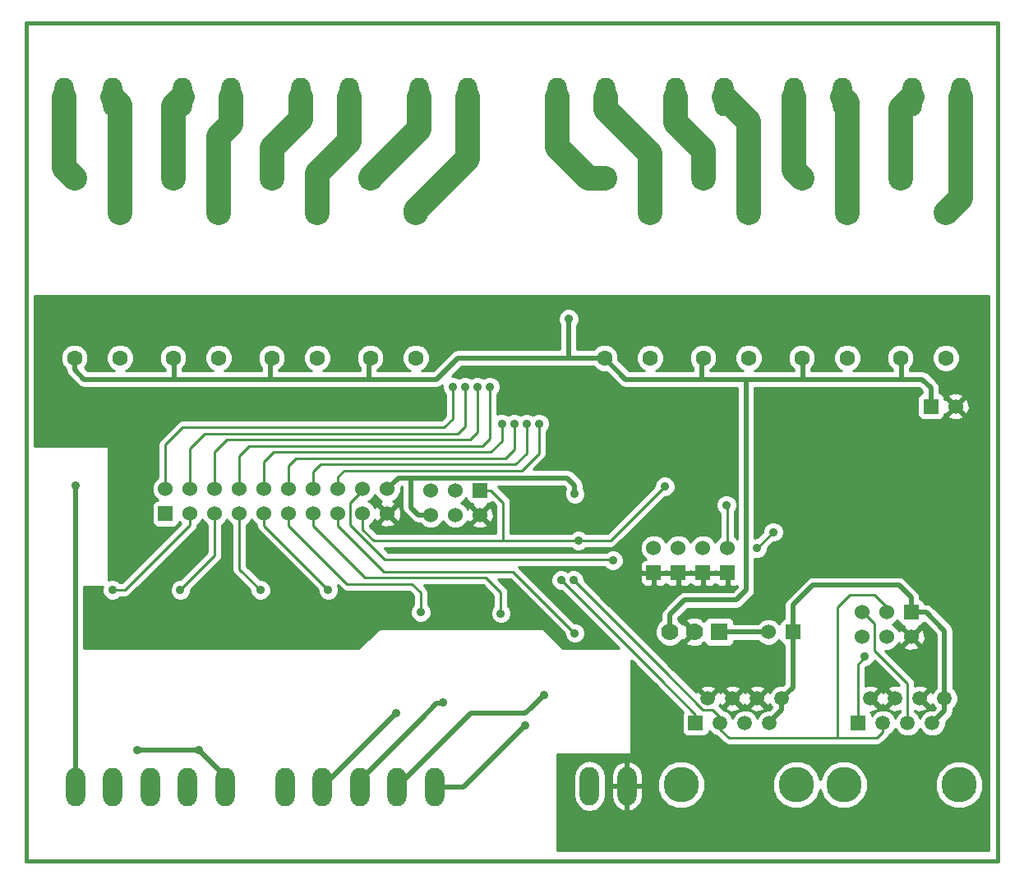
<source format=gbl>
G04 (created by PCBNEW (2013-mar-13)-testing) date jeu. 09 mai 2013 09:34:03 CEST*
%MOIN*%
G04 Gerber Fmt 3.4, Leading zero omitted, Abs format*
%FSLAX34Y34*%
G01*
G70*
G90*
G04 APERTURE LIST*
%ADD10C,2.3622e-06*%
%ADD11C,0.015*%
%ADD12R,0.06X0.06*%
%ADD13C,0.06*%
%ADD14O,0.078X0.156*%
%ADD15C,0.1437*%
%ADD16R,0.0591X0.0591*%
%ADD17C,0.0591*%
%ADD18C,0.07*%
%ADD19R,0.07X0.07*%
%ADD20C,0.063*%
%ADD21C,0.1*%
%ADD22C,0.035*%
%ADD23C,0.0197*%
%ADD24C,0.1*%
%ADD25C,0.01*%
G04 APERTURE END LIST*
G54D10*
G54D11*
X71500Y-62000D02*
X110900Y-62000D01*
X71500Y-28000D02*
X110900Y-28000D01*
X110900Y-28000D02*
X110800Y-28000D01*
X110900Y-62000D02*
X110900Y-28000D01*
X71500Y-62000D02*
X71500Y-28000D01*
G54D12*
X77150Y-47900D03*
G54D13*
X77150Y-46900D03*
X78150Y-47900D03*
X78150Y-46900D03*
X79150Y-47900D03*
X79150Y-46900D03*
X80150Y-47900D03*
X80150Y-46900D03*
X81150Y-47900D03*
X81150Y-46900D03*
X82150Y-47900D03*
X82150Y-46900D03*
X83150Y-47900D03*
X83150Y-46900D03*
X84150Y-47900D03*
X84150Y-46900D03*
X85150Y-47900D03*
X85150Y-46900D03*
X86150Y-47900D03*
X86150Y-46900D03*
G54D12*
X102600Y-52700D03*
G54D13*
X101600Y-52700D03*
G54D14*
X82000Y-59000D03*
X83515Y-59000D03*
X85031Y-59000D03*
X86547Y-59000D03*
X88062Y-59000D03*
X73500Y-59000D03*
X75015Y-59000D03*
X76531Y-59000D03*
X78047Y-59000D03*
X79562Y-59000D03*
G54D12*
X107400Y-51900D03*
G54D13*
X107400Y-52900D03*
X106400Y-51900D03*
X106400Y-52900D03*
X105400Y-51900D03*
X105400Y-52900D03*
G54D14*
X89390Y-31000D03*
X87420Y-31000D03*
X84590Y-31000D03*
X82620Y-31000D03*
X79790Y-31000D03*
X77820Y-31000D03*
X94990Y-31000D03*
X93020Y-31000D03*
X74990Y-31000D03*
X73020Y-31000D03*
X99790Y-31000D03*
X97820Y-31000D03*
X109390Y-31000D03*
X107420Y-31000D03*
X104590Y-31000D03*
X102620Y-31000D03*
G54D12*
X99950Y-50300D03*
G54D13*
X99950Y-49300D03*
G54D12*
X98950Y-50300D03*
G54D13*
X98950Y-49300D03*
G54D12*
X96950Y-50300D03*
G54D13*
X96950Y-49300D03*
G54D12*
X108200Y-43550D03*
G54D13*
X109200Y-43550D03*
G54D12*
X97950Y-50300D03*
G54D13*
X97950Y-49300D03*
G54D15*
X102738Y-58900D03*
X98065Y-58900D03*
G54D16*
X98650Y-56400D03*
G54D17*
X99150Y-55400D03*
X99650Y-56400D03*
X100150Y-55400D03*
X100650Y-56400D03*
X101150Y-55400D03*
X101650Y-56400D03*
X102150Y-55400D03*
G54D15*
X109338Y-58900D03*
X104665Y-58900D03*
G54D16*
X105250Y-56400D03*
G54D17*
X105750Y-55400D03*
X106250Y-56400D03*
X106750Y-55400D03*
X107250Y-56400D03*
X107750Y-55400D03*
X108250Y-56400D03*
X108750Y-55400D03*
G54D12*
X89900Y-46950D03*
G54D13*
X89900Y-47950D03*
X88900Y-46950D03*
X88900Y-47950D03*
X87900Y-46950D03*
X87900Y-47950D03*
G54D18*
X97600Y-52700D03*
X98600Y-52700D03*
G54D19*
X99600Y-52700D03*
G54D20*
X73453Y-41587D03*
X75303Y-41587D03*
G54D21*
X75303Y-35681D03*
X73453Y-34303D03*
G54D20*
X77453Y-41587D03*
X79303Y-41587D03*
G54D21*
X79303Y-35681D03*
X77453Y-34303D03*
G54D20*
X81453Y-41587D03*
X83303Y-41587D03*
G54D21*
X83303Y-35681D03*
X81453Y-34303D03*
G54D20*
X85453Y-41587D03*
X87303Y-41587D03*
G54D21*
X87303Y-35681D03*
X85453Y-34303D03*
G54D20*
X94953Y-41587D03*
X96803Y-41587D03*
G54D21*
X96803Y-35681D03*
X94953Y-34303D03*
G54D20*
X98953Y-41587D03*
X100803Y-41587D03*
G54D21*
X100803Y-35681D03*
X98953Y-34303D03*
G54D20*
X102953Y-41587D03*
X104803Y-41587D03*
G54D21*
X104803Y-35681D03*
X102953Y-34303D03*
G54D20*
X106953Y-41587D03*
X108803Y-41587D03*
G54D21*
X108803Y-35681D03*
X106953Y-34303D03*
G54D14*
X94350Y-58950D03*
X95865Y-58950D03*
G54D22*
X93500Y-40000D03*
X93750Y-47100D03*
X99900Y-47550D03*
X75000Y-51000D03*
X77750Y-51000D03*
X81000Y-51000D03*
X83750Y-51000D03*
X87500Y-51900D03*
X90750Y-51950D03*
X93750Y-52750D03*
X78500Y-57500D03*
X76000Y-57500D03*
X91750Y-56500D03*
X103600Y-46600D03*
X92500Y-48100D03*
X94400Y-47600D03*
X93500Y-43900D03*
X73500Y-46750D03*
X86500Y-56000D03*
X88400Y-55550D03*
X92500Y-55250D03*
X95300Y-49800D03*
X101150Y-49300D03*
X101800Y-48650D03*
X88800Y-42750D03*
X89300Y-42750D03*
X89800Y-42750D03*
X90300Y-42750D03*
X90800Y-44250D03*
X91300Y-44250D03*
X91800Y-44250D03*
X92300Y-44250D03*
X97400Y-46800D03*
X93900Y-49000D03*
X93700Y-50600D03*
X105500Y-53700D03*
X93200Y-50600D03*
G54D23*
X93500Y-40000D02*
X93500Y-41587D01*
X93500Y-41587D02*
X93500Y-41500D01*
X93500Y-41500D02*
X93500Y-41587D01*
X100700Y-42450D02*
X100700Y-42700D01*
X100700Y-42700D02*
X100700Y-43400D01*
X100700Y-42450D02*
X100700Y-42500D01*
X100700Y-42500D02*
X100700Y-42450D01*
X97600Y-52700D02*
X97600Y-52000D01*
X97600Y-52000D02*
X98200Y-51400D01*
X98200Y-51400D02*
X100300Y-51400D01*
X100300Y-51400D02*
X100700Y-51000D01*
X100700Y-51000D02*
X100700Y-43400D01*
X100700Y-43400D02*
X100700Y-43334D01*
X94953Y-41587D02*
X95816Y-42450D01*
X96050Y-42450D02*
X98900Y-42450D01*
X96050Y-42450D02*
X95816Y-42450D01*
X98900Y-42450D02*
X98900Y-41640D01*
X98900Y-41640D02*
X98953Y-41587D01*
X107000Y-42450D02*
X107000Y-41634D01*
X107000Y-41634D02*
X106953Y-41587D01*
X103000Y-42450D02*
X103000Y-41634D01*
X103000Y-41634D02*
X102953Y-41587D01*
X98900Y-41640D02*
X98953Y-41587D01*
X85400Y-42450D02*
X85400Y-41640D01*
X85400Y-41640D02*
X85453Y-41587D01*
X81400Y-42450D02*
X81400Y-41640D01*
X81400Y-41640D02*
X81453Y-41587D01*
X99400Y-42450D02*
X98900Y-42450D01*
X99400Y-42450D02*
X100700Y-42450D01*
X100700Y-42450D02*
X100950Y-42450D01*
X100950Y-42450D02*
X101150Y-42450D01*
X101150Y-42450D02*
X103000Y-42450D01*
X77500Y-42450D02*
X81400Y-42450D01*
X81400Y-42450D02*
X85400Y-42450D01*
X85400Y-42450D02*
X88150Y-42450D01*
X88150Y-42450D02*
X89013Y-41587D01*
X89013Y-41587D02*
X93500Y-41587D01*
X93500Y-41587D02*
X93900Y-41587D01*
X93900Y-41587D02*
X94953Y-41587D01*
X77500Y-42450D02*
X77500Y-41634D01*
X77500Y-41634D02*
X77453Y-41587D01*
X76453Y-42450D02*
X73850Y-42450D01*
X77500Y-42450D02*
X76500Y-42450D01*
X76453Y-42450D02*
X76500Y-42450D01*
X73453Y-42053D02*
X73453Y-41587D01*
X73850Y-42450D02*
X73453Y-42053D01*
X103500Y-42450D02*
X107000Y-42450D01*
X107000Y-42450D02*
X107450Y-42450D01*
X107450Y-42450D02*
X107850Y-42450D01*
X108200Y-42800D02*
X108200Y-43550D01*
X107850Y-42450D02*
X108200Y-42800D01*
X103000Y-42450D02*
X103500Y-42450D01*
X99600Y-52700D02*
X101600Y-52700D01*
X93300Y-46450D02*
X93450Y-46450D01*
X93750Y-46750D02*
X93750Y-47100D01*
X93450Y-46450D02*
X93750Y-46750D01*
X87900Y-47950D02*
X87400Y-47950D01*
X87100Y-47650D02*
X87100Y-46450D01*
X87400Y-47950D02*
X87100Y-47650D01*
X86150Y-46900D02*
X86600Y-46450D01*
X86600Y-46450D02*
X87100Y-46450D01*
X87100Y-46450D02*
X93300Y-46450D01*
X93300Y-46450D02*
X93350Y-46450D01*
G54D24*
X75303Y-35681D02*
X75303Y-31313D01*
X75303Y-31313D02*
X74990Y-31000D01*
X73020Y-31000D02*
X73020Y-33870D01*
X73020Y-33870D02*
X73453Y-34303D01*
X79303Y-35681D02*
X79303Y-32597D01*
X79790Y-32110D02*
X79790Y-31000D01*
X79303Y-32597D02*
X79790Y-32110D01*
X77453Y-34303D02*
X77453Y-31367D01*
X77453Y-31367D02*
X77820Y-31000D01*
X83303Y-35681D02*
X83303Y-34097D01*
X84590Y-32810D02*
X84590Y-31000D01*
X83303Y-34097D02*
X84590Y-32810D01*
X81453Y-34303D02*
X81453Y-33047D01*
X82620Y-31880D02*
X82620Y-31000D01*
X81453Y-33047D02*
X82620Y-31880D01*
X87303Y-35681D02*
X87303Y-35597D01*
X89390Y-33510D02*
X89390Y-31000D01*
X87303Y-35597D02*
X89390Y-33510D01*
X85453Y-34303D02*
X85453Y-34247D01*
X87420Y-32280D02*
X87420Y-31000D01*
X85453Y-34247D02*
X87420Y-32280D01*
X94990Y-31000D02*
X94990Y-31490D01*
X96803Y-33303D02*
X96803Y-35681D01*
X94990Y-31490D02*
X96803Y-33303D01*
X93020Y-31000D02*
X93020Y-33020D01*
X94303Y-34303D02*
X94953Y-34303D01*
X93020Y-33020D02*
X94303Y-34303D01*
X99790Y-31000D02*
X99800Y-31000D01*
X100803Y-32003D02*
X100803Y-35681D01*
X99800Y-31000D02*
X100803Y-32003D01*
X97820Y-31000D02*
X97820Y-32020D01*
X98953Y-33153D02*
X98953Y-34303D01*
X97820Y-32020D02*
X98953Y-33153D01*
X104803Y-35681D02*
X104803Y-31213D01*
X104803Y-31213D02*
X104590Y-31000D01*
X102620Y-31000D02*
X102620Y-33970D01*
X102620Y-33970D02*
X102953Y-34303D01*
X109390Y-31000D02*
X109390Y-35094D01*
X109390Y-35094D02*
X108803Y-35681D01*
X106953Y-34303D02*
X106953Y-31467D01*
X106953Y-31467D02*
X107420Y-31000D01*
G54D25*
X105400Y-51900D02*
X105450Y-51900D01*
X107250Y-54800D02*
X107250Y-56400D01*
X105900Y-53450D02*
X107250Y-54800D01*
X105900Y-52350D02*
X105900Y-53450D01*
X105450Y-51900D02*
X105900Y-52350D01*
G54D23*
X102600Y-52700D02*
X102600Y-51600D01*
X107400Y-51300D02*
X107400Y-51900D01*
X106900Y-50800D02*
X107400Y-51300D01*
X103400Y-50800D02*
X106900Y-50800D01*
X102600Y-51600D02*
X103400Y-50800D01*
X108750Y-55400D02*
X108750Y-52650D01*
X108750Y-52650D02*
X108000Y-51900D01*
X108000Y-51900D02*
X107400Y-51900D01*
X108750Y-55400D02*
X108750Y-55900D01*
X108750Y-55900D02*
X108250Y-56400D01*
X102600Y-52700D02*
X102600Y-54950D01*
X102600Y-54950D02*
X102150Y-55400D01*
X101650Y-56400D02*
X101650Y-56350D01*
X102150Y-55850D02*
X102150Y-55400D01*
X101650Y-56350D02*
X102150Y-55850D01*
G54D25*
X99950Y-47600D02*
X99950Y-49300D01*
X99900Y-47550D02*
X99950Y-47600D01*
X75000Y-51000D02*
X75500Y-51000D01*
X78150Y-47900D02*
X78150Y-48350D01*
X78150Y-48350D02*
X75500Y-51000D01*
X79150Y-49600D02*
X79150Y-47900D01*
X77750Y-51000D02*
X79150Y-49600D01*
X80150Y-50150D02*
X80150Y-47900D01*
X81000Y-51000D02*
X80150Y-50150D01*
X81150Y-48400D02*
X81150Y-47900D01*
X83750Y-51000D02*
X81150Y-48400D01*
X87000Y-50750D02*
X87150Y-50750D01*
X87000Y-50750D02*
X84500Y-50750D01*
X84500Y-50750D02*
X82150Y-48400D01*
X82150Y-47900D02*
X82150Y-48400D01*
X87500Y-51100D02*
X87500Y-51900D01*
X87150Y-50750D02*
X87500Y-51100D01*
X90000Y-50500D02*
X90150Y-50500D01*
X90000Y-50500D02*
X85250Y-50500D01*
X85250Y-50500D02*
X83150Y-48400D01*
X83150Y-47900D02*
X83150Y-48400D01*
X90750Y-51100D02*
X90750Y-51950D01*
X90150Y-50500D02*
X90750Y-51100D01*
X84150Y-48400D02*
X84150Y-47900D01*
X86000Y-50250D02*
X84150Y-48400D01*
X91250Y-50250D02*
X86000Y-50250D01*
X93750Y-52750D02*
X91250Y-50250D01*
G54D23*
X79562Y-58562D02*
X79562Y-59000D01*
X78500Y-57500D02*
X79562Y-58562D01*
X76000Y-57500D02*
X78500Y-57500D01*
X88062Y-59000D02*
X89250Y-59000D01*
X91750Y-56500D02*
X89250Y-59000D01*
G54D25*
X103600Y-46600D02*
X105200Y-46600D01*
X105200Y-46600D02*
X105300Y-46600D01*
X94400Y-47600D02*
X93200Y-47600D01*
X92700Y-48100D02*
X92500Y-48100D01*
X93200Y-47600D02*
X92700Y-48100D01*
X94400Y-44800D02*
X94400Y-47600D01*
X93500Y-43900D02*
X94400Y-44800D01*
G54D23*
X73500Y-46750D02*
X73500Y-59000D01*
X83515Y-59000D02*
X83515Y-58984D01*
X83515Y-58984D02*
X86500Y-56000D01*
X85031Y-58718D02*
X87500Y-56250D01*
X85031Y-58718D02*
X85031Y-59000D01*
X88150Y-55600D02*
X87500Y-56250D01*
X88350Y-55600D02*
X88150Y-55600D01*
X88400Y-55550D02*
X88350Y-55600D01*
X89547Y-56000D02*
X86547Y-59000D01*
X91750Y-56000D02*
X89547Y-56000D01*
X92000Y-55750D02*
X91750Y-56000D01*
X92500Y-55250D02*
X92000Y-55750D01*
G54D25*
X94150Y-49750D02*
X95250Y-49750D01*
X95250Y-49750D02*
X95300Y-49800D01*
X101150Y-49300D02*
X101800Y-48650D01*
X86050Y-49750D02*
X94150Y-49750D01*
X94150Y-49750D02*
X94200Y-49750D01*
X85150Y-46900D02*
X85150Y-46950D01*
X84650Y-48350D02*
X86050Y-49750D01*
X84650Y-47450D02*
X84650Y-48350D01*
X85150Y-46950D02*
X84650Y-47450D01*
X87650Y-44400D02*
X88450Y-44400D01*
X77150Y-46900D02*
X77150Y-45100D01*
X88800Y-44050D02*
X88800Y-42750D01*
X88450Y-44400D02*
X88800Y-44050D01*
X77850Y-44400D02*
X87650Y-44400D01*
X77150Y-45100D02*
X77850Y-44400D01*
X88200Y-44650D02*
X89000Y-44650D01*
X78150Y-45250D02*
X78750Y-44650D01*
X78750Y-44650D02*
X88200Y-44650D01*
X89000Y-44650D02*
X89300Y-44350D01*
X89300Y-44350D02*
X89300Y-42750D01*
X78150Y-45250D02*
X78150Y-46900D01*
X89500Y-44900D02*
X88700Y-44900D01*
X79150Y-45400D02*
X79650Y-44900D01*
X79650Y-44900D02*
X88700Y-44900D01*
X79150Y-45400D02*
X79150Y-46900D01*
X89500Y-44900D02*
X89550Y-44850D01*
X89800Y-44600D02*
X89800Y-42750D01*
X89500Y-44900D02*
X89550Y-44850D01*
X89550Y-44850D02*
X89800Y-44600D01*
X89200Y-45150D02*
X90000Y-45150D01*
X80150Y-46900D02*
X80150Y-45550D01*
X80150Y-45550D02*
X80550Y-45150D01*
X80550Y-45150D02*
X89200Y-45150D01*
X90000Y-45150D02*
X90300Y-44850D01*
X90300Y-44850D02*
X90300Y-42750D01*
X89500Y-45400D02*
X90350Y-45400D01*
X90350Y-45400D02*
X90800Y-44950D01*
X90800Y-44950D02*
X90800Y-44250D01*
X81150Y-46900D02*
X81150Y-45800D01*
X81550Y-45400D02*
X89500Y-45400D01*
X89500Y-45400D02*
X89550Y-45400D01*
X81150Y-45800D02*
X81550Y-45400D01*
X90150Y-45650D02*
X90950Y-45650D01*
X82150Y-45950D02*
X82450Y-45650D01*
X82450Y-45650D02*
X90150Y-45650D01*
X90950Y-45650D02*
X91300Y-45300D01*
X91300Y-45300D02*
X91300Y-44250D01*
X82150Y-45950D02*
X82150Y-46900D01*
X90550Y-45900D02*
X91350Y-45900D01*
X83150Y-46200D02*
X83450Y-45900D01*
X83450Y-45900D02*
X90550Y-45900D01*
X91350Y-45900D02*
X91800Y-45450D01*
X91800Y-45450D02*
X91800Y-44250D01*
X83150Y-46200D02*
X83150Y-46900D01*
X90800Y-46150D02*
X91600Y-46150D01*
X84150Y-46400D02*
X84400Y-46150D01*
X84400Y-46150D02*
X90800Y-46150D01*
X91600Y-46150D02*
X92300Y-45450D01*
X92300Y-45450D02*
X92300Y-44250D01*
X84150Y-46400D02*
X84150Y-46900D01*
X97400Y-46800D02*
X95200Y-49000D01*
X95200Y-49000D02*
X93900Y-49000D01*
X93100Y-49000D02*
X93200Y-49000D01*
X93100Y-49000D02*
X90850Y-49000D01*
X93200Y-49000D02*
X93900Y-49000D01*
X89900Y-46950D02*
X90350Y-46950D01*
X90850Y-47450D02*
X90850Y-49000D01*
X90350Y-46950D02*
X90850Y-47450D01*
X90850Y-49000D02*
X85600Y-49000D01*
X85150Y-48550D02*
X85150Y-47900D01*
X85600Y-49000D02*
X85150Y-48550D01*
X104400Y-57000D02*
X104400Y-56100D01*
X106400Y-51700D02*
X106400Y-51900D01*
X105900Y-51200D02*
X106400Y-51700D01*
X104900Y-51200D02*
X105900Y-51200D01*
X104400Y-51700D02*
X104900Y-51200D01*
X104400Y-56100D02*
X104400Y-51700D01*
X104400Y-57000D02*
X104400Y-56950D01*
X104400Y-56950D02*
X104400Y-57000D01*
X106250Y-56400D02*
X106250Y-56750D01*
X106000Y-57000D02*
X104400Y-57000D01*
X104400Y-57000D02*
X104350Y-57000D01*
X104350Y-57000D02*
X103500Y-57000D01*
X106250Y-56750D02*
X106000Y-57000D01*
X97400Y-54300D02*
X98850Y-55750D01*
X93700Y-50600D02*
X94700Y-51600D01*
X94700Y-51600D02*
X97400Y-54300D01*
X99650Y-56150D02*
X99650Y-56400D01*
X99350Y-55850D02*
X99650Y-56150D01*
X98950Y-55850D02*
X99350Y-55850D01*
X98850Y-55750D02*
X98950Y-55850D01*
X99650Y-56400D02*
X99650Y-56650D01*
X100000Y-57000D02*
X103500Y-57000D01*
X99650Y-56650D02*
X100000Y-57000D01*
X105250Y-56400D02*
X105250Y-54350D01*
X105500Y-53750D02*
X105500Y-53700D01*
X105250Y-54000D02*
X105500Y-53750D01*
X105250Y-54350D02*
X105250Y-54000D01*
X98650Y-56400D02*
X98650Y-56050D01*
X98650Y-56050D02*
X97175Y-54575D01*
X93200Y-50600D02*
X96300Y-53700D01*
X96300Y-53700D02*
X97175Y-54575D01*
X97175Y-54575D02*
X97200Y-54600D01*
G54D10*
G36*
X90550Y-48700D02*
X90454Y-48700D01*
X90454Y-48031D01*
X90443Y-47813D01*
X90381Y-47662D01*
X90285Y-47634D01*
X89970Y-47950D01*
X90285Y-48265D01*
X90381Y-48237D01*
X90454Y-48031D01*
X90454Y-48700D01*
X90215Y-48700D01*
X90215Y-48335D01*
X89900Y-48020D01*
X89584Y-48335D01*
X89612Y-48431D01*
X89818Y-48504D01*
X90036Y-48493D01*
X90187Y-48431D01*
X90215Y-48335D01*
X90215Y-48700D01*
X86704Y-48700D01*
X86704Y-47981D01*
X86693Y-47763D01*
X86631Y-47612D01*
X86535Y-47584D01*
X86220Y-47900D01*
X86535Y-48215D01*
X86631Y-48187D01*
X86704Y-47981D01*
X86704Y-48700D01*
X86465Y-48700D01*
X86465Y-48285D01*
X86150Y-47970D01*
X85834Y-48285D01*
X85862Y-48381D01*
X86068Y-48454D01*
X86286Y-48443D01*
X86437Y-48381D01*
X86465Y-48285D01*
X86465Y-48700D01*
X85724Y-48700D01*
X85450Y-48425D01*
X85450Y-48371D01*
X85461Y-48366D01*
X85615Y-48211D01*
X85647Y-48136D01*
X85668Y-48187D01*
X85764Y-48215D01*
X86079Y-47900D01*
X85764Y-47584D01*
X85668Y-47612D01*
X85649Y-47667D01*
X85616Y-47588D01*
X85461Y-47434D01*
X85380Y-47400D01*
X85461Y-47366D01*
X85615Y-47211D01*
X85649Y-47130D01*
X85683Y-47211D01*
X85838Y-47365D01*
X85913Y-47397D01*
X85862Y-47418D01*
X85834Y-47514D01*
X86150Y-47829D01*
X86465Y-47514D01*
X86437Y-47418D01*
X86382Y-47399D01*
X86461Y-47366D01*
X86615Y-47211D01*
X86699Y-47009D01*
X86700Y-46842D01*
X86744Y-46798D01*
X86751Y-46798D01*
X86751Y-47650D01*
X86778Y-47783D01*
X86853Y-47896D01*
X87153Y-48196D01*
X87153Y-48196D01*
X87266Y-48271D01*
X87399Y-48298D01*
X87399Y-48298D01*
X87400Y-48298D01*
X87470Y-48298D01*
X87588Y-48415D01*
X87790Y-48499D01*
X88008Y-48500D01*
X88211Y-48416D01*
X88365Y-48261D01*
X88399Y-48180D01*
X88433Y-48261D01*
X88588Y-48415D01*
X88790Y-48499D01*
X89008Y-48500D01*
X89211Y-48416D01*
X89365Y-48261D01*
X89397Y-48186D01*
X89418Y-48237D01*
X89514Y-48265D01*
X89829Y-47950D01*
X89514Y-47634D01*
X89418Y-47662D01*
X89399Y-47717D01*
X89366Y-47638D01*
X89211Y-47484D01*
X89130Y-47450D01*
X89211Y-47416D01*
X89349Y-47277D01*
X89349Y-47299D01*
X89387Y-47391D01*
X89458Y-47461D01*
X89550Y-47499D01*
X89603Y-47500D01*
X89584Y-47564D01*
X89900Y-47879D01*
X90215Y-47564D01*
X90196Y-47500D01*
X90249Y-47500D01*
X90341Y-47462D01*
X90389Y-47413D01*
X90550Y-47574D01*
X90550Y-48700D01*
X90550Y-48700D01*
G37*
G54D25*
X90550Y-48700D02*
X90454Y-48700D01*
X90454Y-48031D01*
X90443Y-47813D01*
X90381Y-47662D01*
X90285Y-47634D01*
X89970Y-47950D01*
X90285Y-48265D01*
X90381Y-48237D01*
X90454Y-48031D01*
X90454Y-48700D01*
X90215Y-48700D01*
X90215Y-48335D01*
X89900Y-48020D01*
X89584Y-48335D01*
X89612Y-48431D01*
X89818Y-48504D01*
X90036Y-48493D01*
X90187Y-48431D01*
X90215Y-48335D01*
X90215Y-48700D01*
X86704Y-48700D01*
X86704Y-47981D01*
X86693Y-47763D01*
X86631Y-47612D01*
X86535Y-47584D01*
X86220Y-47900D01*
X86535Y-48215D01*
X86631Y-48187D01*
X86704Y-47981D01*
X86704Y-48700D01*
X86465Y-48700D01*
X86465Y-48285D01*
X86150Y-47970D01*
X85834Y-48285D01*
X85862Y-48381D01*
X86068Y-48454D01*
X86286Y-48443D01*
X86437Y-48381D01*
X86465Y-48285D01*
X86465Y-48700D01*
X85724Y-48700D01*
X85450Y-48425D01*
X85450Y-48371D01*
X85461Y-48366D01*
X85615Y-48211D01*
X85647Y-48136D01*
X85668Y-48187D01*
X85764Y-48215D01*
X86079Y-47900D01*
X85764Y-47584D01*
X85668Y-47612D01*
X85649Y-47667D01*
X85616Y-47588D01*
X85461Y-47434D01*
X85380Y-47400D01*
X85461Y-47366D01*
X85615Y-47211D01*
X85649Y-47130D01*
X85683Y-47211D01*
X85838Y-47365D01*
X85913Y-47397D01*
X85862Y-47418D01*
X85834Y-47514D01*
X86150Y-47829D01*
X86465Y-47514D01*
X86437Y-47418D01*
X86382Y-47399D01*
X86461Y-47366D01*
X86615Y-47211D01*
X86699Y-47009D01*
X86700Y-46842D01*
X86744Y-46798D01*
X86751Y-46798D01*
X86751Y-47650D01*
X86778Y-47783D01*
X86853Y-47896D01*
X87153Y-48196D01*
X87153Y-48196D01*
X87266Y-48271D01*
X87399Y-48298D01*
X87399Y-48298D01*
X87400Y-48298D01*
X87470Y-48298D01*
X87588Y-48415D01*
X87790Y-48499D01*
X88008Y-48500D01*
X88211Y-48416D01*
X88365Y-48261D01*
X88399Y-48180D01*
X88433Y-48261D01*
X88588Y-48415D01*
X88790Y-48499D01*
X89008Y-48500D01*
X89211Y-48416D01*
X89365Y-48261D01*
X89397Y-48186D01*
X89418Y-48237D01*
X89514Y-48265D01*
X89829Y-47950D01*
X89514Y-47634D01*
X89418Y-47662D01*
X89399Y-47717D01*
X89366Y-47638D01*
X89211Y-47484D01*
X89130Y-47450D01*
X89211Y-47416D01*
X89349Y-47277D01*
X89349Y-47299D01*
X89387Y-47391D01*
X89458Y-47461D01*
X89550Y-47499D01*
X89603Y-47500D01*
X89584Y-47564D01*
X89900Y-47879D01*
X90215Y-47564D01*
X90196Y-47500D01*
X90249Y-47500D01*
X90341Y-47462D01*
X90389Y-47413D01*
X90550Y-47574D01*
X90550Y-48700D01*
G54D10*
G36*
X106950Y-55933D02*
X106941Y-55937D01*
X106787Y-56090D01*
X106750Y-56181D01*
X106712Y-56091D01*
X106559Y-55937D01*
X106358Y-55854D01*
X106141Y-55854D01*
X105941Y-55937D01*
X105795Y-56082D01*
X105795Y-56054D01*
X105757Y-55963D01*
X105741Y-55946D01*
X105886Y-55939D01*
X106035Y-55877D01*
X106061Y-55782D01*
X105750Y-55470D01*
X105744Y-55476D01*
X105673Y-55405D01*
X105679Y-55400D01*
X105673Y-55394D01*
X105744Y-55323D01*
X105750Y-55329D01*
X106061Y-55017D01*
X106035Y-54922D01*
X105830Y-54849D01*
X105613Y-54860D01*
X105550Y-54887D01*
X105550Y-54350D01*
X105550Y-54125D01*
X105584Y-54125D01*
X105740Y-54060D01*
X105860Y-53941D01*
X105891Y-53865D01*
X106900Y-54874D01*
X106830Y-54849D01*
X106613Y-54860D01*
X106464Y-54922D01*
X106438Y-55017D01*
X106750Y-55329D01*
X106755Y-55323D01*
X106826Y-55394D01*
X106820Y-55400D01*
X106826Y-55405D01*
X106755Y-55476D01*
X106750Y-55470D01*
X106679Y-55541D01*
X106679Y-55400D01*
X106367Y-55088D01*
X106272Y-55114D01*
X106251Y-55173D01*
X106227Y-55114D01*
X106132Y-55088D01*
X105820Y-55400D01*
X106132Y-55711D01*
X106227Y-55685D01*
X106248Y-55626D01*
X106272Y-55685D01*
X106367Y-55711D01*
X106679Y-55400D01*
X106679Y-55541D01*
X106438Y-55782D01*
X106464Y-55877D01*
X106669Y-55950D01*
X106886Y-55939D01*
X106950Y-55912D01*
X106950Y-55933D01*
X106950Y-55933D01*
G37*
G54D25*
X106950Y-55933D02*
X106941Y-55937D01*
X106787Y-56090D01*
X106750Y-56181D01*
X106712Y-56091D01*
X106559Y-55937D01*
X106358Y-55854D01*
X106141Y-55854D01*
X105941Y-55937D01*
X105795Y-56082D01*
X105795Y-56054D01*
X105757Y-55963D01*
X105741Y-55946D01*
X105886Y-55939D01*
X106035Y-55877D01*
X106061Y-55782D01*
X105750Y-55470D01*
X105744Y-55476D01*
X105673Y-55405D01*
X105679Y-55400D01*
X105673Y-55394D01*
X105744Y-55323D01*
X105750Y-55329D01*
X106061Y-55017D01*
X106035Y-54922D01*
X105830Y-54849D01*
X105613Y-54860D01*
X105550Y-54887D01*
X105550Y-54350D01*
X105550Y-54125D01*
X105584Y-54125D01*
X105740Y-54060D01*
X105860Y-53941D01*
X105891Y-53865D01*
X106900Y-54874D01*
X106830Y-54849D01*
X106613Y-54860D01*
X106464Y-54922D01*
X106438Y-55017D01*
X106750Y-55329D01*
X106755Y-55323D01*
X106826Y-55394D01*
X106820Y-55400D01*
X106826Y-55405D01*
X106755Y-55476D01*
X106750Y-55470D01*
X106679Y-55541D01*
X106679Y-55400D01*
X106367Y-55088D01*
X106272Y-55114D01*
X106251Y-55173D01*
X106227Y-55114D01*
X106132Y-55088D01*
X105820Y-55400D01*
X106132Y-55711D01*
X106227Y-55685D01*
X106248Y-55626D01*
X106272Y-55685D01*
X106367Y-55711D01*
X106679Y-55400D01*
X106679Y-55541D01*
X106438Y-55782D01*
X106464Y-55877D01*
X106669Y-55950D01*
X106886Y-55939D01*
X106950Y-55912D01*
X106950Y-55933D01*
G54D10*
G36*
X108401Y-54977D02*
X108287Y-55090D01*
X108252Y-55175D01*
X108227Y-55114D01*
X108132Y-55088D01*
X107820Y-55400D01*
X108132Y-55711D01*
X108227Y-55685D01*
X108250Y-55620D01*
X108287Y-55708D01*
X108367Y-55789D01*
X108302Y-55854D01*
X108141Y-55854D01*
X107941Y-55937D01*
X107787Y-56090D01*
X107750Y-56181D01*
X107712Y-56091D01*
X107559Y-55937D01*
X107550Y-55933D01*
X107550Y-55907D01*
X107669Y-55950D01*
X107886Y-55939D01*
X108035Y-55877D01*
X108061Y-55782D01*
X107750Y-55470D01*
X107744Y-55476D01*
X107673Y-55405D01*
X107679Y-55400D01*
X107673Y-55394D01*
X107744Y-55323D01*
X107750Y-55329D01*
X108061Y-55017D01*
X108035Y-54922D01*
X107954Y-54893D01*
X107954Y-52981D01*
X107943Y-52763D01*
X107881Y-52612D01*
X107785Y-52584D01*
X107470Y-52900D01*
X107785Y-53215D01*
X107881Y-53187D01*
X107954Y-52981D01*
X107954Y-54893D01*
X107830Y-54849D01*
X107715Y-54855D01*
X107715Y-53285D01*
X107400Y-52970D01*
X107084Y-53285D01*
X107112Y-53381D01*
X107318Y-53454D01*
X107536Y-53443D01*
X107687Y-53381D01*
X107715Y-53285D01*
X107715Y-54855D01*
X107613Y-54860D01*
X107550Y-54887D01*
X107550Y-54800D01*
X107527Y-54685D01*
X107462Y-54587D01*
X107462Y-54587D01*
X106324Y-53449D01*
X106508Y-53450D01*
X106711Y-53366D01*
X106865Y-53211D01*
X106897Y-53136D01*
X106918Y-53187D01*
X107014Y-53215D01*
X107329Y-52900D01*
X107014Y-52584D01*
X106918Y-52612D01*
X106899Y-52667D01*
X106866Y-52588D01*
X106711Y-52434D01*
X106630Y-52400D01*
X106711Y-52366D01*
X106849Y-52227D01*
X106849Y-52249D01*
X106887Y-52341D01*
X106958Y-52411D01*
X107050Y-52449D01*
X107103Y-52450D01*
X107084Y-52514D01*
X107400Y-52829D01*
X107715Y-52514D01*
X107696Y-52450D01*
X107749Y-52450D01*
X107841Y-52412D01*
X107911Y-52341D01*
X107922Y-52315D01*
X108401Y-52794D01*
X108401Y-54977D01*
X108401Y-54977D01*
G37*
G54D25*
X108401Y-54977D02*
X108287Y-55090D01*
X108252Y-55175D01*
X108227Y-55114D01*
X108132Y-55088D01*
X107820Y-55400D01*
X108132Y-55711D01*
X108227Y-55685D01*
X108250Y-55620D01*
X108287Y-55708D01*
X108367Y-55789D01*
X108302Y-55854D01*
X108141Y-55854D01*
X107941Y-55937D01*
X107787Y-56090D01*
X107750Y-56181D01*
X107712Y-56091D01*
X107559Y-55937D01*
X107550Y-55933D01*
X107550Y-55907D01*
X107669Y-55950D01*
X107886Y-55939D01*
X108035Y-55877D01*
X108061Y-55782D01*
X107750Y-55470D01*
X107744Y-55476D01*
X107673Y-55405D01*
X107679Y-55400D01*
X107673Y-55394D01*
X107744Y-55323D01*
X107750Y-55329D01*
X108061Y-55017D01*
X108035Y-54922D01*
X107954Y-54893D01*
X107954Y-52981D01*
X107943Y-52763D01*
X107881Y-52612D01*
X107785Y-52584D01*
X107470Y-52900D01*
X107785Y-53215D01*
X107881Y-53187D01*
X107954Y-52981D01*
X107954Y-54893D01*
X107830Y-54849D01*
X107715Y-54855D01*
X107715Y-53285D01*
X107400Y-52970D01*
X107084Y-53285D01*
X107112Y-53381D01*
X107318Y-53454D01*
X107536Y-53443D01*
X107687Y-53381D01*
X107715Y-53285D01*
X107715Y-54855D01*
X107613Y-54860D01*
X107550Y-54887D01*
X107550Y-54800D01*
X107527Y-54685D01*
X107462Y-54587D01*
X107462Y-54587D01*
X106324Y-53449D01*
X106508Y-53450D01*
X106711Y-53366D01*
X106865Y-53211D01*
X106897Y-53136D01*
X106918Y-53187D01*
X107014Y-53215D01*
X107329Y-52900D01*
X107014Y-52584D01*
X106918Y-52612D01*
X106899Y-52667D01*
X106866Y-52588D01*
X106711Y-52434D01*
X106630Y-52400D01*
X106711Y-52366D01*
X106849Y-52227D01*
X106849Y-52249D01*
X106887Y-52341D01*
X106958Y-52411D01*
X107050Y-52449D01*
X107103Y-52450D01*
X107084Y-52514D01*
X107400Y-52829D01*
X107715Y-52514D01*
X107696Y-52450D01*
X107749Y-52450D01*
X107841Y-52412D01*
X107911Y-52341D01*
X107922Y-52315D01*
X108401Y-52794D01*
X108401Y-54977D01*
G54D10*
G36*
X110550Y-61550D02*
X110306Y-61550D01*
X110306Y-58708D01*
X110159Y-58352D01*
X109887Y-58079D01*
X109754Y-58024D01*
X109754Y-43631D01*
X109743Y-43413D01*
X109681Y-43262D01*
X109585Y-43234D01*
X109515Y-43305D01*
X109515Y-43164D01*
X109487Y-43068D01*
X109368Y-43026D01*
X109368Y-41475D01*
X109282Y-41267D01*
X109123Y-41108D01*
X108915Y-41022D01*
X108691Y-41021D01*
X108483Y-41107D01*
X108324Y-41266D01*
X108238Y-41474D01*
X108237Y-41698D01*
X108323Y-41906D01*
X108482Y-42065D01*
X108690Y-42151D01*
X108914Y-42152D01*
X109122Y-42066D01*
X109281Y-41907D01*
X109367Y-41699D01*
X109368Y-41475D01*
X109368Y-43026D01*
X109281Y-42995D01*
X109063Y-43006D01*
X108912Y-43068D01*
X108884Y-43164D01*
X109200Y-43479D01*
X109515Y-43164D01*
X109515Y-43305D01*
X109270Y-43550D01*
X109585Y-43865D01*
X109681Y-43837D01*
X109754Y-43631D01*
X109754Y-58024D01*
X109531Y-57931D01*
X109515Y-57931D01*
X109515Y-43935D01*
X109200Y-43620D01*
X108884Y-43935D01*
X108912Y-44031D01*
X109118Y-44104D01*
X109336Y-44093D01*
X109487Y-44031D01*
X109515Y-43935D01*
X109515Y-57931D01*
X109146Y-57931D01*
X108790Y-58078D01*
X108517Y-58350D01*
X108369Y-58706D01*
X108369Y-59091D01*
X108516Y-59447D01*
X108788Y-59720D01*
X109144Y-59868D01*
X109529Y-59868D01*
X109885Y-59721D01*
X110158Y-59449D01*
X110306Y-59093D01*
X110306Y-58708D01*
X110306Y-61550D01*
X105633Y-61550D01*
X105633Y-58708D01*
X105486Y-58352D01*
X105214Y-58079D01*
X104858Y-57931D01*
X104473Y-57931D01*
X104117Y-58078D01*
X103844Y-58350D01*
X103701Y-58695D01*
X103559Y-58352D01*
X103287Y-58079D01*
X102931Y-57931D01*
X102546Y-57931D01*
X102190Y-58078D01*
X101917Y-58350D01*
X101769Y-58706D01*
X101769Y-59091D01*
X101916Y-59447D01*
X102188Y-59720D01*
X102544Y-59868D01*
X102929Y-59868D01*
X103285Y-59721D01*
X103558Y-59449D01*
X103701Y-59104D01*
X103843Y-59447D01*
X104115Y-59720D01*
X104471Y-59868D01*
X104856Y-59868D01*
X105212Y-59721D01*
X105485Y-59449D01*
X105633Y-59093D01*
X105633Y-58708D01*
X105633Y-61550D01*
X99033Y-61550D01*
X99033Y-58708D01*
X98886Y-58352D01*
X98614Y-58079D01*
X98258Y-57931D01*
X97873Y-57931D01*
X97517Y-58078D01*
X97244Y-58350D01*
X97096Y-58706D01*
X97096Y-59091D01*
X97243Y-59447D01*
X97515Y-59720D01*
X97871Y-59868D01*
X98256Y-59868D01*
X98612Y-59721D01*
X98885Y-59449D01*
X99033Y-59093D01*
X99033Y-58708D01*
X99033Y-61550D01*
X96505Y-61550D01*
X96505Y-59390D01*
X96505Y-59000D01*
X96505Y-58900D01*
X96505Y-58510D01*
X96437Y-58268D01*
X96282Y-58072D01*
X96064Y-57949D01*
X96014Y-57937D01*
X95915Y-57984D01*
X95915Y-58900D01*
X96505Y-58900D01*
X96505Y-59000D01*
X95915Y-59000D01*
X95915Y-59915D01*
X96014Y-59962D01*
X96064Y-59950D01*
X96282Y-59827D01*
X96437Y-59631D01*
X96505Y-59390D01*
X96505Y-61550D01*
X95815Y-61550D01*
X95815Y-59915D01*
X95815Y-59000D01*
X95815Y-58900D01*
X95815Y-57984D01*
X95716Y-57937D01*
X95667Y-57949D01*
X95448Y-58072D01*
X95293Y-58268D01*
X95225Y-58510D01*
X95225Y-58900D01*
X95815Y-58900D01*
X95815Y-59000D01*
X95225Y-59000D01*
X95225Y-59390D01*
X95293Y-59631D01*
X95448Y-59827D01*
X95667Y-59950D01*
X95716Y-59962D01*
X95815Y-59915D01*
X95815Y-61550D01*
X94990Y-61550D01*
X94990Y-59360D01*
X94990Y-58539D01*
X94941Y-58294D01*
X94802Y-58087D01*
X94594Y-57948D01*
X94350Y-57899D01*
X94105Y-57948D01*
X93897Y-58087D01*
X93758Y-58294D01*
X93710Y-58539D01*
X93710Y-59360D01*
X93758Y-59605D01*
X93897Y-59812D01*
X94105Y-59951D01*
X94350Y-60000D01*
X94594Y-59951D01*
X94802Y-59812D01*
X94941Y-59605D01*
X94990Y-59360D01*
X94990Y-61550D01*
X93050Y-61550D01*
X93050Y-57650D01*
X96050Y-57650D01*
X96050Y-53874D01*
X96087Y-53912D01*
X96087Y-53912D01*
X96087Y-53912D01*
X96962Y-54787D01*
X96962Y-54787D01*
X96962Y-54787D01*
X96987Y-54812D01*
X96987Y-54812D01*
X98141Y-55965D01*
X98104Y-56054D01*
X98104Y-56154D01*
X98104Y-56745D01*
X98142Y-56836D01*
X98212Y-56907D01*
X98304Y-56945D01*
X98404Y-56945D01*
X98995Y-56945D01*
X99086Y-56907D01*
X99157Y-56837D01*
X99195Y-56745D01*
X99195Y-56716D01*
X99340Y-56862D01*
X99507Y-56931D01*
X99787Y-57212D01*
X99787Y-57212D01*
X99885Y-57277D01*
X99999Y-57299D01*
X100000Y-57300D01*
X103500Y-57300D01*
X104350Y-57300D01*
X104400Y-57300D01*
X106000Y-57300D01*
X106000Y-57299D01*
X106114Y-57277D01*
X106114Y-57277D01*
X106212Y-57212D01*
X106462Y-56962D01*
X106462Y-56962D01*
X106517Y-56879D01*
X106558Y-56862D01*
X106712Y-56709D01*
X106749Y-56618D01*
X106787Y-56708D01*
X106940Y-56862D01*
X107141Y-56945D01*
X107358Y-56945D01*
X107558Y-56862D01*
X107712Y-56709D01*
X107749Y-56618D01*
X107787Y-56708D01*
X107940Y-56862D01*
X108141Y-56945D01*
X108358Y-56945D01*
X108558Y-56862D01*
X108712Y-56709D01*
X108795Y-56508D01*
X108795Y-56347D01*
X108996Y-56146D01*
X109071Y-56033D01*
X109071Y-56033D01*
X109098Y-55900D01*
X109098Y-55822D01*
X109212Y-55709D01*
X109295Y-55508D01*
X109295Y-55291D01*
X109212Y-55091D01*
X109098Y-54976D01*
X109098Y-52650D01*
X109098Y-52649D01*
X109098Y-52649D01*
X109071Y-52516D01*
X108996Y-52403D01*
X108996Y-52403D01*
X108246Y-51653D01*
X108133Y-51578D01*
X108000Y-51551D01*
X107950Y-51551D01*
X107950Y-51550D01*
X107912Y-51458D01*
X107841Y-51388D01*
X107749Y-51350D01*
X107748Y-51350D01*
X107748Y-51300D01*
X107721Y-51166D01*
X107721Y-51166D01*
X107646Y-51053D01*
X107146Y-50553D01*
X107033Y-50478D01*
X106900Y-50451D01*
X103400Y-50451D01*
X103399Y-50451D01*
X103266Y-50478D01*
X103153Y-50553D01*
X103153Y-50553D01*
X103153Y-50553D01*
X102353Y-51353D01*
X102278Y-51466D01*
X102251Y-51600D01*
X102251Y-52149D01*
X102250Y-52149D01*
X102158Y-52187D01*
X102088Y-52258D01*
X102050Y-52350D01*
X102050Y-52372D01*
X101911Y-52234D01*
X101709Y-52150D01*
X101491Y-52149D01*
X101288Y-52233D01*
X101170Y-52351D01*
X100200Y-52351D01*
X100200Y-52300D01*
X100162Y-52208D01*
X100091Y-52138D01*
X99999Y-52100D01*
X99900Y-52099D01*
X99200Y-52099D01*
X99108Y-52137D01*
X99038Y-52208D01*
X99018Y-52254D01*
X98996Y-52232D01*
X98951Y-52277D01*
X98917Y-52177D01*
X98693Y-52095D01*
X98455Y-52105D01*
X98282Y-52177D01*
X98248Y-52277D01*
X98600Y-52629D01*
X98605Y-52623D01*
X98676Y-52694D01*
X98670Y-52700D01*
X98676Y-52705D01*
X98605Y-52776D01*
X98600Y-52770D01*
X98248Y-53122D01*
X98282Y-53222D01*
X98506Y-53304D01*
X98744Y-53294D01*
X98917Y-53222D01*
X98951Y-53122D01*
X98951Y-53122D01*
X98996Y-53167D01*
X99018Y-53145D01*
X99037Y-53191D01*
X99108Y-53261D01*
X99200Y-53299D01*
X99299Y-53300D01*
X99999Y-53300D01*
X100091Y-53262D01*
X100161Y-53191D01*
X100199Y-53099D01*
X100200Y-53048D01*
X101170Y-53048D01*
X101288Y-53165D01*
X101490Y-53249D01*
X101708Y-53250D01*
X101911Y-53166D01*
X102049Y-53027D01*
X102049Y-53049D01*
X102087Y-53141D01*
X102158Y-53211D01*
X102250Y-53249D01*
X102251Y-53249D01*
X102251Y-54805D01*
X102202Y-54854D01*
X102041Y-54854D01*
X101841Y-54937D01*
X101687Y-55090D01*
X101652Y-55175D01*
X101627Y-55114D01*
X101532Y-55088D01*
X101461Y-55158D01*
X101461Y-55017D01*
X101435Y-54922D01*
X101230Y-54849D01*
X101013Y-54860D01*
X100864Y-54922D01*
X100838Y-55017D01*
X101150Y-55329D01*
X101461Y-55017D01*
X101461Y-55158D01*
X101220Y-55400D01*
X101532Y-55711D01*
X101627Y-55685D01*
X101650Y-55620D01*
X101687Y-55708D01*
X101742Y-55764D01*
X101652Y-55854D01*
X101541Y-55854D01*
X101461Y-55887D01*
X101461Y-55782D01*
X101150Y-55470D01*
X101079Y-55541D01*
X101079Y-55400D01*
X100767Y-55088D01*
X100672Y-55114D01*
X100651Y-55173D01*
X100627Y-55114D01*
X100532Y-55088D01*
X100461Y-55158D01*
X100461Y-55017D01*
X100435Y-54922D01*
X100230Y-54849D01*
X100013Y-54860D01*
X99864Y-54922D01*
X99838Y-55017D01*
X100150Y-55329D01*
X100461Y-55017D01*
X100461Y-55158D01*
X100220Y-55400D01*
X100532Y-55711D01*
X100627Y-55685D01*
X100648Y-55626D01*
X100672Y-55685D01*
X100767Y-55711D01*
X101079Y-55400D01*
X101079Y-55541D01*
X100838Y-55782D01*
X100864Y-55877D01*
X101069Y-55950D01*
X101286Y-55939D01*
X101435Y-55877D01*
X101461Y-55782D01*
X101461Y-55887D01*
X101341Y-55937D01*
X101187Y-56090D01*
X101150Y-56181D01*
X101112Y-56091D01*
X100959Y-55937D01*
X100758Y-55854D01*
X100541Y-55854D01*
X100461Y-55887D01*
X100461Y-55782D01*
X100150Y-55470D01*
X99838Y-55782D01*
X99864Y-55877D01*
X100069Y-55950D01*
X100286Y-55939D01*
X100435Y-55877D01*
X100461Y-55782D01*
X100461Y-55887D01*
X100341Y-55937D01*
X100187Y-56090D01*
X100150Y-56181D01*
X100112Y-56091D01*
X99959Y-55937D01*
X99792Y-55868D01*
X99613Y-55689D01*
X99627Y-55685D01*
X99648Y-55626D01*
X99672Y-55685D01*
X99767Y-55711D01*
X100079Y-55400D01*
X99767Y-55088D01*
X99672Y-55114D01*
X99651Y-55173D01*
X99627Y-55114D01*
X99532Y-55088D01*
X99461Y-55158D01*
X99461Y-55017D01*
X99435Y-54922D01*
X99230Y-54849D01*
X99013Y-54860D01*
X98951Y-54886D01*
X98864Y-54922D01*
X98838Y-55017D01*
X99150Y-55329D01*
X99461Y-55017D01*
X99461Y-55158D01*
X99220Y-55400D01*
X99226Y-55405D01*
X99155Y-55476D01*
X99150Y-55470D01*
X99144Y-55476D01*
X99073Y-55405D01*
X99079Y-55400D01*
X98767Y-55088D01*
X98672Y-55114D01*
X98663Y-55139D01*
X97612Y-54087D01*
X97612Y-54087D01*
X97612Y-54087D01*
X96900Y-53375D01*
X96900Y-50787D01*
X96900Y-50350D01*
X96462Y-50350D01*
X96400Y-50412D01*
X96399Y-50649D01*
X96437Y-50741D01*
X96508Y-50811D01*
X96600Y-50849D01*
X96699Y-50850D01*
X96837Y-50850D01*
X96900Y-50787D01*
X96900Y-53375D01*
X94912Y-51387D01*
X94912Y-51387D01*
X94912Y-51387D01*
X94124Y-50600D01*
X94125Y-50515D01*
X94060Y-50359D01*
X93941Y-50239D01*
X93784Y-50175D01*
X93615Y-50174D01*
X93459Y-50239D01*
X93450Y-50248D01*
X93441Y-50239D01*
X93284Y-50175D01*
X93115Y-50174D01*
X92959Y-50239D01*
X92839Y-50358D01*
X92775Y-50515D01*
X92774Y-50684D01*
X92839Y-50840D01*
X92958Y-50960D01*
X93115Y-51024D01*
X93200Y-51025D01*
X95525Y-53350D01*
X93270Y-53350D01*
X92470Y-52550D01*
X91900Y-52550D01*
X91800Y-52550D01*
X86450Y-52550D01*
X86200Y-52550D01*
X85830Y-52550D01*
X84980Y-53350D01*
X73848Y-53350D01*
X73848Y-50850D01*
X74602Y-50850D01*
X74575Y-50915D01*
X74574Y-51084D01*
X74639Y-51240D01*
X74758Y-51360D01*
X74915Y-51424D01*
X75084Y-51425D01*
X75240Y-51360D01*
X75301Y-51300D01*
X75500Y-51300D01*
X75500Y-51299D01*
X75614Y-51277D01*
X75614Y-51277D01*
X75712Y-51212D01*
X78362Y-48562D01*
X78362Y-48562D01*
X78427Y-48464D01*
X78445Y-48373D01*
X78461Y-48366D01*
X78615Y-48211D01*
X78649Y-48130D01*
X78683Y-48211D01*
X78838Y-48365D01*
X78850Y-48370D01*
X78850Y-49475D01*
X77750Y-50575D01*
X77665Y-50574D01*
X77509Y-50639D01*
X77389Y-50758D01*
X77325Y-50915D01*
X77324Y-51084D01*
X77389Y-51240D01*
X77508Y-51360D01*
X77665Y-51424D01*
X77834Y-51425D01*
X77990Y-51360D01*
X78110Y-51241D01*
X78174Y-51084D01*
X78175Y-50999D01*
X79362Y-49812D01*
X79362Y-49812D01*
X79427Y-49714D01*
X79449Y-49600D01*
X79450Y-49600D01*
X79450Y-48371D01*
X79461Y-48366D01*
X79615Y-48211D01*
X79649Y-48130D01*
X79683Y-48211D01*
X79838Y-48365D01*
X79850Y-48370D01*
X79850Y-50150D01*
X79872Y-50264D01*
X79937Y-50362D01*
X80575Y-50999D01*
X80574Y-51084D01*
X80639Y-51240D01*
X80758Y-51360D01*
X80915Y-51424D01*
X81084Y-51425D01*
X81240Y-51360D01*
X81360Y-51241D01*
X81424Y-51084D01*
X81425Y-50915D01*
X81360Y-50759D01*
X81241Y-50639D01*
X81084Y-50575D01*
X80999Y-50574D01*
X80450Y-50025D01*
X80450Y-48371D01*
X80461Y-48366D01*
X80615Y-48211D01*
X80649Y-48130D01*
X80683Y-48211D01*
X80838Y-48365D01*
X80850Y-48370D01*
X80850Y-48400D01*
X80872Y-48514D01*
X80937Y-48612D01*
X83325Y-50999D01*
X83324Y-51084D01*
X83389Y-51240D01*
X83508Y-51360D01*
X83665Y-51424D01*
X83834Y-51425D01*
X83990Y-51360D01*
X84110Y-51241D01*
X84174Y-51084D01*
X84175Y-50915D01*
X84128Y-50802D01*
X84287Y-50962D01*
X84287Y-50962D01*
X84385Y-51027D01*
X84499Y-51049D01*
X84500Y-51050D01*
X87000Y-51050D01*
X87025Y-51050D01*
X87200Y-51224D01*
X87200Y-51598D01*
X87139Y-51658D01*
X87075Y-51815D01*
X87074Y-51984D01*
X87139Y-52140D01*
X87258Y-52260D01*
X87415Y-52324D01*
X87584Y-52325D01*
X87740Y-52260D01*
X87860Y-52141D01*
X87924Y-51984D01*
X87925Y-51815D01*
X87860Y-51659D01*
X87800Y-51598D01*
X87800Y-51100D01*
X87799Y-51099D01*
X87777Y-50985D01*
X87712Y-50887D01*
X87712Y-50887D01*
X87624Y-50800D01*
X90000Y-50800D01*
X90025Y-50800D01*
X90450Y-51224D01*
X90450Y-51648D01*
X90389Y-51708D01*
X90325Y-51865D01*
X90324Y-52034D01*
X90389Y-52190D01*
X90508Y-52310D01*
X90665Y-52374D01*
X90834Y-52375D01*
X90990Y-52310D01*
X91110Y-52191D01*
X91174Y-52034D01*
X91175Y-51865D01*
X91110Y-51709D01*
X91050Y-51648D01*
X91050Y-51100D01*
X91027Y-50985D01*
X90962Y-50887D01*
X90962Y-50887D01*
X90624Y-50550D01*
X91125Y-50550D01*
X93325Y-52749D01*
X93324Y-52834D01*
X93389Y-52990D01*
X93508Y-53110D01*
X93665Y-53174D01*
X93834Y-53175D01*
X93990Y-53110D01*
X94110Y-52991D01*
X94174Y-52834D01*
X94175Y-52665D01*
X94110Y-52509D01*
X93991Y-52389D01*
X93834Y-52325D01*
X93749Y-52324D01*
X91474Y-50050D01*
X94150Y-50050D01*
X94200Y-50050D01*
X94949Y-50050D01*
X95058Y-50160D01*
X95215Y-50224D01*
X95384Y-50225D01*
X95540Y-50160D01*
X95660Y-50041D01*
X95724Y-49884D01*
X95725Y-49715D01*
X95660Y-49559D01*
X95541Y-49439D01*
X95384Y-49375D01*
X95215Y-49374D01*
X95059Y-49439D01*
X95049Y-49450D01*
X94200Y-49450D01*
X94150Y-49450D01*
X86174Y-49450D01*
X86024Y-49300D01*
X90850Y-49300D01*
X93100Y-49300D01*
X93200Y-49300D01*
X93598Y-49300D01*
X93658Y-49360D01*
X93815Y-49424D01*
X93984Y-49425D01*
X94140Y-49360D01*
X94201Y-49300D01*
X95200Y-49300D01*
X95200Y-49299D01*
X95314Y-49277D01*
X95314Y-49277D01*
X95412Y-49212D01*
X97399Y-47224D01*
X97484Y-47225D01*
X97640Y-47160D01*
X97760Y-47041D01*
X97824Y-46884D01*
X97825Y-46715D01*
X97760Y-46559D01*
X97641Y-46439D01*
X97484Y-46375D01*
X97315Y-46374D01*
X97159Y-46439D01*
X97039Y-46558D01*
X96975Y-46715D01*
X96974Y-46800D01*
X95075Y-48700D01*
X94201Y-48700D01*
X94141Y-48639D01*
X93984Y-48575D01*
X93815Y-48574D01*
X93659Y-48639D01*
X93598Y-48700D01*
X93200Y-48700D01*
X93100Y-48700D01*
X91150Y-48700D01*
X91150Y-47450D01*
X91127Y-47335D01*
X91062Y-47237D01*
X91062Y-47237D01*
X90622Y-46798D01*
X93300Y-46798D01*
X93305Y-46798D01*
X93382Y-46875D01*
X93325Y-47015D01*
X93324Y-47184D01*
X93389Y-47340D01*
X93508Y-47460D01*
X93665Y-47524D01*
X93834Y-47525D01*
X93990Y-47460D01*
X94110Y-47341D01*
X94174Y-47184D01*
X94175Y-47015D01*
X94110Y-46859D01*
X94098Y-46847D01*
X94098Y-46750D01*
X94098Y-46749D01*
X94098Y-46749D01*
X94071Y-46616D01*
X93996Y-46503D01*
X93996Y-46503D01*
X93696Y-46203D01*
X93583Y-46128D01*
X93450Y-46101D01*
X93350Y-46101D01*
X93300Y-46101D01*
X92072Y-46101D01*
X92512Y-45662D01*
X92512Y-45662D01*
X92577Y-45564D01*
X92599Y-45450D01*
X92600Y-45450D01*
X92600Y-44551D01*
X92660Y-44491D01*
X92724Y-44334D01*
X92725Y-44165D01*
X92660Y-44009D01*
X92541Y-43889D01*
X92384Y-43825D01*
X92215Y-43824D01*
X92059Y-43889D01*
X92050Y-43898D01*
X92041Y-43889D01*
X91884Y-43825D01*
X91715Y-43824D01*
X91559Y-43889D01*
X91550Y-43898D01*
X91541Y-43889D01*
X91384Y-43825D01*
X91215Y-43824D01*
X91059Y-43889D01*
X91050Y-43898D01*
X91041Y-43889D01*
X90884Y-43825D01*
X90715Y-43824D01*
X90600Y-43872D01*
X90600Y-43051D01*
X90660Y-42991D01*
X90724Y-42834D01*
X90725Y-42665D01*
X90660Y-42509D01*
X90541Y-42389D01*
X90384Y-42325D01*
X90215Y-42324D01*
X90059Y-42389D01*
X90050Y-42398D01*
X90041Y-42389D01*
X89884Y-42325D01*
X89715Y-42324D01*
X89559Y-42389D01*
X89550Y-42398D01*
X89541Y-42389D01*
X89384Y-42325D01*
X89215Y-42324D01*
X89059Y-42389D01*
X89050Y-42398D01*
X89041Y-42389D01*
X88884Y-42325D01*
X88767Y-42324D01*
X89157Y-41935D01*
X93500Y-41935D01*
X93900Y-41935D01*
X94502Y-41935D01*
X94632Y-42065D01*
X94840Y-42151D01*
X95025Y-42152D01*
X95569Y-42696D01*
X95682Y-42771D01*
X95816Y-42798D01*
X96050Y-42798D01*
X98900Y-42798D01*
X99400Y-42798D01*
X100351Y-42798D01*
X100351Y-43334D01*
X100351Y-43400D01*
X100351Y-48923D01*
X100261Y-48834D01*
X100250Y-48829D01*
X100250Y-47801D01*
X100260Y-47791D01*
X100324Y-47634D01*
X100325Y-47465D01*
X100260Y-47309D01*
X100141Y-47189D01*
X99984Y-47125D01*
X99815Y-47124D01*
X99659Y-47189D01*
X99539Y-47308D01*
X99475Y-47465D01*
X99474Y-47634D01*
X99539Y-47790D01*
X99650Y-47901D01*
X99650Y-48828D01*
X99638Y-48833D01*
X99484Y-48988D01*
X99450Y-49069D01*
X99416Y-48988D01*
X99261Y-48834D01*
X99059Y-48750D01*
X98841Y-48749D01*
X98638Y-48833D01*
X98484Y-48988D01*
X98450Y-49069D01*
X98416Y-48988D01*
X98261Y-48834D01*
X98059Y-48750D01*
X97841Y-48749D01*
X97638Y-48833D01*
X97484Y-48988D01*
X97450Y-49069D01*
X97416Y-48988D01*
X97261Y-48834D01*
X97059Y-48750D01*
X96841Y-48749D01*
X96638Y-48833D01*
X96484Y-48988D01*
X96400Y-49190D01*
X96399Y-49408D01*
X96483Y-49611D01*
X96622Y-49750D01*
X96600Y-49750D01*
X96508Y-49788D01*
X96437Y-49858D01*
X96399Y-49950D01*
X96400Y-50187D01*
X96462Y-50250D01*
X96900Y-50250D01*
X96900Y-50242D01*
X97000Y-50242D01*
X97000Y-50250D01*
X97437Y-50250D01*
X97450Y-50237D01*
X97462Y-50250D01*
X97900Y-50250D01*
X97900Y-50242D01*
X98000Y-50242D01*
X98000Y-50250D01*
X98437Y-50250D01*
X98450Y-50237D01*
X98462Y-50250D01*
X98900Y-50250D01*
X98900Y-50242D01*
X99000Y-50242D01*
X99000Y-50250D01*
X99437Y-50250D01*
X99450Y-50237D01*
X99462Y-50250D01*
X99900Y-50250D01*
X99900Y-50242D01*
X100000Y-50242D01*
X100000Y-50250D01*
X100007Y-50250D01*
X100007Y-50350D01*
X100000Y-50350D01*
X100000Y-50787D01*
X100062Y-50850D01*
X100200Y-50850D01*
X100299Y-50849D01*
X100351Y-50828D01*
X100351Y-50855D01*
X100155Y-51051D01*
X99900Y-51051D01*
X99900Y-50787D01*
X99900Y-50350D01*
X99462Y-50350D01*
X99450Y-50362D01*
X99437Y-50350D01*
X99000Y-50350D01*
X99000Y-50787D01*
X99062Y-50850D01*
X99200Y-50850D01*
X99299Y-50849D01*
X99391Y-50811D01*
X99450Y-50753D01*
X99508Y-50811D01*
X99600Y-50849D01*
X99699Y-50850D01*
X99837Y-50850D01*
X99900Y-50787D01*
X99900Y-51051D01*
X98900Y-51051D01*
X98900Y-50787D01*
X98900Y-50350D01*
X98462Y-50350D01*
X98450Y-50362D01*
X98437Y-50350D01*
X98000Y-50350D01*
X98000Y-50787D01*
X98062Y-50850D01*
X98200Y-50850D01*
X98299Y-50849D01*
X98391Y-50811D01*
X98450Y-50753D01*
X98508Y-50811D01*
X98600Y-50849D01*
X98699Y-50850D01*
X98837Y-50850D01*
X98900Y-50787D01*
X98900Y-51051D01*
X98200Y-51051D01*
X98066Y-51078D01*
X97953Y-51153D01*
X97900Y-51207D01*
X97900Y-50787D01*
X97900Y-50350D01*
X97462Y-50350D01*
X97450Y-50362D01*
X97437Y-50350D01*
X97000Y-50350D01*
X97000Y-50787D01*
X97062Y-50850D01*
X97200Y-50850D01*
X97299Y-50849D01*
X97391Y-50811D01*
X97450Y-50753D01*
X97508Y-50811D01*
X97600Y-50849D01*
X97699Y-50850D01*
X97837Y-50850D01*
X97900Y-50787D01*
X97900Y-51207D01*
X97353Y-51753D01*
X97278Y-51866D01*
X97251Y-52000D01*
X97251Y-52200D01*
X97091Y-52359D01*
X97000Y-52580D01*
X96999Y-52818D01*
X97091Y-53039D01*
X97259Y-53208D01*
X97480Y-53299D01*
X97718Y-53300D01*
X97939Y-53208D01*
X98108Y-53040D01*
X98112Y-53029D01*
X98177Y-53051D01*
X98529Y-52700D01*
X98177Y-52348D01*
X98112Y-52370D01*
X98108Y-52360D01*
X97948Y-52199D01*
X97948Y-52144D01*
X98344Y-51748D01*
X100300Y-51748D01*
X100433Y-51721D01*
X100433Y-51721D01*
X100546Y-51646D01*
X100946Y-51246D01*
X100946Y-51246D01*
X100946Y-51246D01*
X101021Y-51133D01*
X101048Y-51000D01*
X101048Y-51000D01*
X101048Y-51000D01*
X101048Y-49718D01*
X101065Y-49724D01*
X101234Y-49725D01*
X101390Y-49660D01*
X101510Y-49541D01*
X101574Y-49384D01*
X101575Y-49299D01*
X101799Y-49074D01*
X101884Y-49075D01*
X102040Y-49010D01*
X102160Y-48891D01*
X102224Y-48734D01*
X102225Y-48565D01*
X102160Y-48409D01*
X102041Y-48289D01*
X101884Y-48225D01*
X101715Y-48224D01*
X101559Y-48289D01*
X101439Y-48408D01*
X101375Y-48565D01*
X101374Y-48650D01*
X101150Y-48875D01*
X101065Y-48874D01*
X101048Y-48882D01*
X101048Y-43400D01*
X101048Y-43334D01*
X101048Y-42798D01*
X101150Y-42798D01*
X103000Y-42798D01*
X103500Y-42798D01*
X107000Y-42798D01*
X107450Y-42798D01*
X107705Y-42798D01*
X107851Y-42944D01*
X107851Y-42999D01*
X107850Y-42999D01*
X107758Y-43037D01*
X107688Y-43108D01*
X107650Y-43200D01*
X107649Y-43299D01*
X107649Y-43899D01*
X107687Y-43991D01*
X107758Y-44061D01*
X107850Y-44099D01*
X107949Y-44100D01*
X108549Y-44100D01*
X108641Y-44062D01*
X108711Y-43991D01*
X108749Y-43899D01*
X108750Y-43846D01*
X108814Y-43865D01*
X109129Y-43550D01*
X108814Y-43234D01*
X108750Y-43253D01*
X108750Y-43200D01*
X108712Y-43108D01*
X108641Y-43038D01*
X108549Y-43000D01*
X108548Y-43000D01*
X108548Y-42800D01*
X108548Y-42799D01*
X108548Y-42799D01*
X108521Y-42666D01*
X108446Y-42553D01*
X108446Y-42553D01*
X108096Y-42203D01*
X107983Y-42128D01*
X107850Y-42101D01*
X107450Y-42101D01*
X107348Y-42101D01*
X107348Y-41990D01*
X107431Y-41907D01*
X107517Y-41699D01*
X107518Y-41475D01*
X107432Y-41267D01*
X107273Y-41108D01*
X107065Y-41022D01*
X106841Y-41021D01*
X106633Y-41107D01*
X106474Y-41266D01*
X106388Y-41474D01*
X106387Y-41698D01*
X106473Y-41906D01*
X106632Y-42065D01*
X106651Y-42073D01*
X106651Y-42101D01*
X105037Y-42101D01*
X105122Y-42066D01*
X105281Y-41907D01*
X105367Y-41699D01*
X105368Y-41475D01*
X105282Y-41267D01*
X105123Y-41108D01*
X104915Y-41022D01*
X104691Y-41021D01*
X104483Y-41107D01*
X104324Y-41266D01*
X104238Y-41474D01*
X104237Y-41698D01*
X104323Y-41906D01*
X104482Y-42065D01*
X104568Y-42101D01*
X103500Y-42101D01*
X103348Y-42101D01*
X103348Y-41990D01*
X103431Y-41907D01*
X103517Y-41699D01*
X103518Y-41475D01*
X103432Y-41267D01*
X103273Y-41108D01*
X103065Y-41022D01*
X102841Y-41021D01*
X102633Y-41107D01*
X102474Y-41266D01*
X102388Y-41474D01*
X102387Y-41698D01*
X102473Y-41906D01*
X102632Y-42065D01*
X102651Y-42073D01*
X102651Y-42101D01*
X101150Y-42101D01*
X101037Y-42101D01*
X101122Y-42066D01*
X101281Y-41907D01*
X101367Y-41699D01*
X101368Y-41475D01*
X101282Y-41267D01*
X101123Y-41108D01*
X100915Y-41022D01*
X100691Y-41021D01*
X100483Y-41107D01*
X100324Y-41266D01*
X100238Y-41474D01*
X100237Y-41698D01*
X100323Y-41906D01*
X100482Y-42065D01*
X100568Y-42101D01*
X99400Y-42101D01*
X99248Y-42101D01*
X99248Y-42076D01*
X99272Y-42066D01*
X99431Y-41907D01*
X99517Y-41699D01*
X99518Y-41475D01*
X99432Y-41267D01*
X99273Y-41108D01*
X99065Y-41022D01*
X98841Y-41021D01*
X98633Y-41107D01*
X98474Y-41266D01*
X98388Y-41474D01*
X98387Y-41698D01*
X98473Y-41906D01*
X98551Y-41984D01*
X98551Y-42101D01*
X97037Y-42101D01*
X97122Y-42066D01*
X97281Y-41907D01*
X97367Y-41699D01*
X97368Y-41475D01*
X97282Y-41267D01*
X97123Y-41108D01*
X96915Y-41022D01*
X96691Y-41021D01*
X96483Y-41107D01*
X96324Y-41266D01*
X96238Y-41474D01*
X96237Y-41698D01*
X96323Y-41906D01*
X96482Y-42065D01*
X96568Y-42101D01*
X96050Y-42101D01*
X95960Y-42101D01*
X95517Y-41659D01*
X95518Y-41475D01*
X95432Y-41267D01*
X95273Y-41108D01*
X95065Y-41022D01*
X94841Y-41021D01*
X94633Y-41107D01*
X94502Y-41238D01*
X93900Y-41238D01*
X93848Y-41238D01*
X93848Y-40252D01*
X93860Y-40241D01*
X93924Y-40084D01*
X93925Y-39915D01*
X93860Y-39759D01*
X93741Y-39639D01*
X93584Y-39575D01*
X93415Y-39574D01*
X93259Y-39639D01*
X93139Y-39758D01*
X93075Y-39915D01*
X93074Y-40084D01*
X93139Y-40240D01*
X93151Y-40252D01*
X93151Y-41238D01*
X89013Y-41238D01*
X88879Y-41265D01*
X88766Y-41340D01*
X88005Y-42101D01*
X87537Y-42101D01*
X87622Y-42066D01*
X87781Y-41907D01*
X87867Y-41699D01*
X87868Y-41475D01*
X87782Y-41267D01*
X87623Y-41108D01*
X87415Y-41022D01*
X87191Y-41021D01*
X86983Y-41107D01*
X86824Y-41266D01*
X86738Y-41474D01*
X86737Y-41698D01*
X86823Y-41906D01*
X86982Y-42065D01*
X87068Y-42101D01*
X85748Y-42101D01*
X85748Y-42076D01*
X85772Y-42066D01*
X85931Y-41907D01*
X86017Y-41699D01*
X86018Y-41475D01*
X85932Y-41267D01*
X85773Y-41108D01*
X85565Y-41022D01*
X85341Y-41021D01*
X85133Y-41107D01*
X84974Y-41266D01*
X84888Y-41474D01*
X84887Y-41698D01*
X84973Y-41906D01*
X85051Y-41984D01*
X85051Y-42101D01*
X83537Y-42101D01*
X83622Y-42066D01*
X83781Y-41907D01*
X83867Y-41699D01*
X83868Y-41475D01*
X83782Y-41267D01*
X83623Y-41108D01*
X83415Y-41022D01*
X83191Y-41021D01*
X82983Y-41107D01*
X82824Y-41266D01*
X82738Y-41474D01*
X82737Y-41698D01*
X82823Y-41906D01*
X82982Y-42065D01*
X83068Y-42101D01*
X81748Y-42101D01*
X81748Y-42076D01*
X81772Y-42066D01*
X81931Y-41907D01*
X82017Y-41699D01*
X82018Y-41475D01*
X81932Y-41267D01*
X81773Y-41108D01*
X81565Y-41022D01*
X81341Y-41021D01*
X81133Y-41107D01*
X80974Y-41266D01*
X80888Y-41474D01*
X80887Y-41698D01*
X80973Y-41906D01*
X81051Y-41984D01*
X81051Y-42101D01*
X79537Y-42101D01*
X79622Y-42066D01*
X79781Y-41907D01*
X79867Y-41699D01*
X79868Y-41475D01*
X79782Y-41267D01*
X79623Y-41108D01*
X79415Y-41022D01*
X79191Y-41021D01*
X78983Y-41107D01*
X78824Y-41266D01*
X78738Y-41474D01*
X78737Y-41698D01*
X78823Y-41906D01*
X78982Y-42065D01*
X79068Y-42101D01*
X77848Y-42101D01*
X77848Y-41990D01*
X77931Y-41907D01*
X78017Y-41699D01*
X78018Y-41475D01*
X77932Y-41267D01*
X77773Y-41108D01*
X77565Y-41022D01*
X77341Y-41021D01*
X77133Y-41107D01*
X76974Y-41266D01*
X76888Y-41474D01*
X76887Y-41698D01*
X76973Y-41906D01*
X77132Y-42065D01*
X77151Y-42073D01*
X77151Y-42101D01*
X76500Y-42101D01*
X76453Y-42101D01*
X75537Y-42101D01*
X75622Y-42066D01*
X75781Y-41907D01*
X75867Y-41699D01*
X75868Y-41475D01*
X75782Y-41267D01*
X75623Y-41108D01*
X75415Y-41022D01*
X75191Y-41021D01*
X74983Y-41107D01*
X74824Y-41266D01*
X74738Y-41474D01*
X74737Y-41698D01*
X74823Y-41906D01*
X74982Y-42065D01*
X75068Y-42101D01*
X73994Y-42101D01*
X73865Y-41973D01*
X73931Y-41907D01*
X74017Y-41699D01*
X74018Y-41475D01*
X73932Y-41267D01*
X73773Y-41108D01*
X73565Y-41022D01*
X73341Y-41021D01*
X73133Y-41107D01*
X72974Y-41266D01*
X72888Y-41474D01*
X72887Y-41698D01*
X72973Y-41906D01*
X73104Y-42037D01*
X73104Y-42053D01*
X73131Y-42186D01*
X73206Y-42299D01*
X73603Y-42696D01*
X73603Y-42696D01*
X73716Y-42771D01*
X73850Y-42798D01*
X76453Y-42798D01*
X76500Y-42798D01*
X77500Y-42798D01*
X81400Y-42798D01*
X85400Y-42798D01*
X88150Y-42798D01*
X88283Y-42771D01*
X88283Y-42771D01*
X88375Y-42710D01*
X88374Y-42834D01*
X88439Y-42990D01*
X88500Y-43051D01*
X88500Y-43925D01*
X88325Y-44100D01*
X87650Y-44100D01*
X77850Y-44100D01*
X77735Y-44122D01*
X77637Y-44187D01*
X76937Y-44887D01*
X76872Y-44985D01*
X76850Y-45100D01*
X76850Y-46428D01*
X76838Y-46433D01*
X76684Y-46588D01*
X76600Y-46790D01*
X76599Y-47008D01*
X76683Y-47211D01*
X76822Y-47349D01*
X76800Y-47349D01*
X76708Y-47387D01*
X76638Y-47458D01*
X76600Y-47550D01*
X76599Y-47649D01*
X76599Y-48249D01*
X76637Y-48341D01*
X76708Y-48411D01*
X76800Y-48449D01*
X76899Y-48450D01*
X77499Y-48450D01*
X77591Y-48412D01*
X77661Y-48341D01*
X77699Y-48249D01*
X77699Y-48227D01*
X77773Y-48301D01*
X75375Y-50700D01*
X75301Y-50700D01*
X75241Y-50639D01*
X75084Y-50575D01*
X74915Y-50574D01*
X74850Y-50602D01*
X74850Y-45150D01*
X71850Y-45150D01*
X71850Y-39050D01*
X110550Y-39050D01*
X110550Y-61550D01*
X110550Y-61550D01*
G37*
G54D25*
X110550Y-61550D02*
X110306Y-61550D01*
X110306Y-58708D01*
X110159Y-58352D01*
X109887Y-58079D01*
X109754Y-58024D01*
X109754Y-43631D01*
X109743Y-43413D01*
X109681Y-43262D01*
X109585Y-43234D01*
X109515Y-43305D01*
X109515Y-43164D01*
X109487Y-43068D01*
X109368Y-43026D01*
X109368Y-41475D01*
X109282Y-41267D01*
X109123Y-41108D01*
X108915Y-41022D01*
X108691Y-41021D01*
X108483Y-41107D01*
X108324Y-41266D01*
X108238Y-41474D01*
X108237Y-41698D01*
X108323Y-41906D01*
X108482Y-42065D01*
X108690Y-42151D01*
X108914Y-42152D01*
X109122Y-42066D01*
X109281Y-41907D01*
X109367Y-41699D01*
X109368Y-41475D01*
X109368Y-43026D01*
X109281Y-42995D01*
X109063Y-43006D01*
X108912Y-43068D01*
X108884Y-43164D01*
X109200Y-43479D01*
X109515Y-43164D01*
X109515Y-43305D01*
X109270Y-43550D01*
X109585Y-43865D01*
X109681Y-43837D01*
X109754Y-43631D01*
X109754Y-58024D01*
X109531Y-57931D01*
X109515Y-57931D01*
X109515Y-43935D01*
X109200Y-43620D01*
X108884Y-43935D01*
X108912Y-44031D01*
X109118Y-44104D01*
X109336Y-44093D01*
X109487Y-44031D01*
X109515Y-43935D01*
X109515Y-57931D01*
X109146Y-57931D01*
X108790Y-58078D01*
X108517Y-58350D01*
X108369Y-58706D01*
X108369Y-59091D01*
X108516Y-59447D01*
X108788Y-59720D01*
X109144Y-59868D01*
X109529Y-59868D01*
X109885Y-59721D01*
X110158Y-59449D01*
X110306Y-59093D01*
X110306Y-58708D01*
X110306Y-61550D01*
X105633Y-61550D01*
X105633Y-58708D01*
X105486Y-58352D01*
X105214Y-58079D01*
X104858Y-57931D01*
X104473Y-57931D01*
X104117Y-58078D01*
X103844Y-58350D01*
X103701Y-58695D01*
X103559Y-58352D01*
X103287Y-58079D01*
X102931Y-57931D01*
X102546Y-57931D01*
X102190Y-58078D01*
X101917Y-58350D01*
X101769Y-58706D01*
X101769Y-59091D01*
X101916Y-59447D01*
X102188Y-59720D01*
X102544Y-59868D01*
X102929Y-59868D01*
X103285Y-59721D01*
X103558Y-59449D01*
X103701Y-59104D01*
X103843Y-59447D01*
X104115Y-59720D01*
X104471Y-59868D01*
X104856Y-59868D01*
X105212Y-59721D01*
X105485Y-59449D01*
X105633Y-59093D01*
X105633Y-58708D01*
X105633Y-61550D01*
X99033Y-61550D01*
X99033Y-58708D01*
X98886Y-58352D01*
X98614Y-58079D01*
X98258Y-57931D01*
X97873Y-57931D01*
X97517Y-58078D01*
X97244Y-58350D01*
X97096Y-58706D01*
X97096Y-59091D01*
X97243Y-59447D01*
X97515Y-59720D01*
X97871Y-59868D01*
X98256Y-59868D01*
X98612Y-59721D01*
X98885Y-59449D01*
X99033Y-59093D01*
X99033Y-58708D01*
X99033Y-61550D01*
X96505Y-61550D01*
X96505Y-59390D01*
X96505Y-59000D01*
X96505Y-58900D01*
X96505Y-58510D01*
X96437Y-58268D01*
X96282Y-58072D01*
X96064Y-57949D01*
X96014Y-57937D01*
X95915Y-57984D01*
X95915Y-58900D01*
X96505Y-58900D01*
X96505Y-59000D01*
X95915Y-59000D01*
X95915Y-59915D01*
X96014Y-59962D01*
X96064Y-59950D01*
X96282Y-59827D01*
X96437Y-59631D01*
X96505Y-59390D01*
X96505Y-61550D01*
X95815Y-61550D01*
X95815Y-59915D01*
X95815Y-59000D01*
X95815Y-58900D01*
X95815Y-57984D01*
X95716Y-57937D01*
X95667Y-57949D01*
X95448Y-58072D01*
X95293Y-58268D01*
X95225Y-58510D01*
X95225Y-58900D01*
X95815Y-58900D01*
X95815Y-59000D01*
X95225Y-59000D01*
X95225Y-59390D01*
X95293Y-59631D01*
X95448Y-59827D01*
X95667Y-59950D01*
X95716Y-59962D01*
X95815Y-59915D01*
X95815Y-61550D01*
X94990Y-61550D01*
X94990Y-59360D01*
X94990Y-58539D01*
X94941Y-58294D01*
X94802Y-58087D01*
X94594Y-57948D01*
X94350Y-57899D01*
X94105Y-57948D01*
X93897Y-58087D01*
X93758Y-58294D01*
X93710Y-58539D01*
X93710Y-59360D01*
X93758Y-59605D01*
X93897Y-59812D01*
X94105Y-59951D01*
X94350Y-60000D01*
X94594Y-59951D01*
X94802Y-59812D01*
X94941Y-59605D01*
X94990Y-59360D01*
X94990Y-61550D01*
X93050Y-61550D01*
X93050Y-57650D01*
X96050Y-57650D01*
X96050Y-53874D01*
X96087Y-53912D01*
X96087Y-53912D01*
X96087Y-53912D01*
X96962Y-54787D01*
X96962Y-54787D01*
X96962Y-54787D01*
X96987Y-54812D01*
X96987Y-54812D01*
X98141Y-55965D01*
X98104Y-56054D01*
X98104Y-56154D01*
X98104Y-56745D01*
X98142Y-56836D01*
X98212Y-56907D01*
X98304Y-56945D01*
X98404Y-56945D01*
X98995Y-56945D01*
X99086Y-56907D01*
X99157Y-56837D01*
X99195Y-56745D01*
X99195Y-56716D01*
X99340Y-56862D01*
X99507Y-56931D01*
X99787Y-57212D01*
X99787Y-57212D01*
X99885Y-57277D01*
X99999Y-57299D01*
X100000Y-57300D01*
X103500Y-57300D01*
X104350Y-57300D01*
X104400Y-57300D01*
X106000Y-57300D01*
X106000Y-57299D01*
X106114Y-57277D01*
X106114Y-57277D01*
X106212Y-57212D01*
X106462Y-56962D01*
X106462Y-56962D01*
X106517Y-56879D01*
X106558Y-56862D01*
X106712Y-56709D01*
X106749Y-56618D01*
X106787Y-56708D01*
X106940Y-56862D01*
X107141Y-56945D01*
X107358Y-56945D01*
X107558Y-56862D01*
X107712Y-56709D01*
X107749Y-56618D01*
X107787Y-56708D01*
X107940Y-56862D01*
X108141Y-56945D01*
X108358Y-56945D01*
X108558Y-56862D01*
X108712Y-56709D01*
X108795Y-56508D01*
X108795Y-56347D01*
X108996Y-56146D01*
X109071Y-56033D01*
X109071Y-56033D01*
X109098Y-55900D01*
X109098Y-55822D01*
X109212Y-55709D01*
X109295Y-55508D01*
X109295Y-55291D01*
X109212Y-55091D01*
X109098Y-54976D01*
X109098Y-52650D01*
X109098Y-52649D01*
X109098Y-52649D01*
X109071Y-52516D01*
X108996Y-52403D01*
X108996Y-52403D01*
X108246Y-51653D01*
X108133Y-51578D01*
X108000Y-51551D01*
X107950Y-51551D01*
X107950Y-51550D01*
X107912Y-51458D01*
X107841Y-51388D01*
X107749Y-51350D01*
X107748Y-51350D01*
X107748Y-51300D01*
X107721Y-51166D01*
X107721Y-51166D01*
X107646Y-51053D01*
X107146Y-50553D01*
X107033Y-50478D01*
X106900Y-50451D01*
X103400Y-50451D01*
X103399Y-50451D01*
X103266Y-50478D01*
X103153Y-50553D01*
X103153Y-50553D01*
X103153Y-50553D01*
X102353Y-51353D01*
X102278Y-51466D01*
X102251Y-51600D01*
X102251Y-52149D01*
X102250Y-52149D01*
X102158Y-52187D01*
X102088Y-52258D01*
X102050Y-52350D01*
X102050Y-52372D01*
X101911Y-52234D01*
X101709Y-52150D01*
X101491Y-52149D01*
X101288Y-52233D01*
X101170Y-52351D01*
X100200Y-52351D01*
X100200Y-52300D01*
X100162Y-52208D01*
X100091Y-52138D01*
X99999Y-52100D01*
X99900Y-52099D01*
X99200Y-52099D01*
X99108Y-52137D01*
X99038Y-52208D01*
X99018Y-52254D01*
X98996Y-52232D01*
X98951Y-52277D01*
X98917Y-52177D01*
X98693Y-52095D01*
X98455Y-52105D01*
X98282Y-52177D01*
X98248Y-52277D01*
X98600Y-52629D01*
X98605Y-52623D01*
X98676Y-52694D01*
X98670Y-52700D01*
X98676Y-52705D01*
X98605Y-52776D01*
X98600Y-52770D01*
X98248Y-53122D01*
X98282Y-53222D01*
X98506Y-53304D01*
X98744Y-53294D01*
X98917Y-53222D01*
X98951Y-53122D01*
X98951Y-53122D01*
X98996Y-53167D01*
X99018Y-53145D01*
X99037Y-53191D01*
X99108Y-53261D01*
X99200Y-53299D01*
X99299Y-53300D01*
X99999Y-53300D01*
X100091Y-53262D01*
X100161Y-53191D01*
X100199Y-53099D01*
X100200Y-53048D01*
X101170Y-53048D01*
X101288Y-53165D01*
X101490Y-53249D01*
X101708Y-53250D01*
X101911Y-53166D01*
X102049Y-53027D01*
X102049Y-53049D01*
X102087Y-53141D01*
X102158Y-53211D01*
X102250Y-53249D01*
X102251Y-53249D01*
X102251Y-54805D01*
X102202Y-54854D01*
X102041Y-54854D01*
X101841Y-54937D01*
X101687Y-55090D01*
X101652Y-55175D01*
X101627Y-55114D01*
X101532Y-55088D01*
X101461Y-55158D01*
X101461Y-55017D01*
X101435Y-54922D01*
X101230Y-54849D01*
X101013Y-54860D01*
X100864Y-54922D01*
X100838Y-55017D01*
X101150Y-55329D01*
X101461Y-55017D01*
X101461Y-55158D01*
X101220Y-55400D01*
X101532Y-55711D01*
X101627Y-55685D01*
X101650Y-55620D01*
X101687Y-55708D01*
X101742Y-55764D01*
X101652Y-55854D01*
X101541Y-55854D01*
X101461Y-55887D01*
X101461Y-55782D01*
X101150Y-55470D01*
X101079Y-55541D01*
X101079Y-55400D01*
X100767Y-55088D01*
X100672Y-55114D01*
X100651Y-55173D01*
X100627Y-55114D01*
X100532Y-55088D01*
X100461Y-55158D01*
X100461Y-55017D01*
X100435Y-54922D01*
X100230Y-54849D01*
X100013Y-54860D01*
X99864Y-54922D01*
X99838Y-55017D01*
X100150Y-55329D01*
X100461Y-55017D01*
X100461Y-55158D01*
X100220Y-55400D01*
X100532Y-55711D01*
X100627Y-55685D01*
X100648Y-55626D01*
X100672Y-55685D01*
X100767Y-55711D01*
X101079Y-55400D01*
X101079Y-55541D01*
X100838Y-55782D01*
X100864Y-55877D01*
X101069Y-55950D01*
X101286Y-55939D01*
X101435Y-55877D01*
X101461Y-55782D01*
X101461Y-55887D01*
X101341Y-55937D01*
X101187Y-56090D01*
X101150Y-56181D01*
X101112Y-56091D01*
X100959Y-55937D01*
X100758Y-55854D01*
X100541Y-55854D01*
X100461Y-55887D01*
X100461Y-55782D01*
X100150Y-55470D01*
X99838Y-55782D01*
X99864Y-55877D01*
X100069Y-55950D01*
X100286Y-55939D01*
X100435Y-55877D01*
X100461Y-55782D01*
X100461Y-55887D01*
X100341Y-55937D01*
X100187Y-56090D01*
X100150Y-56181D01*
X100112Y-56091D01*
X99959Y-55937D01*
X99792Y-55868D01*
X99613Y-55689D01*
X99627Y-55685D01*
X99648Y-55626D01*
X99672Y-55685D01*
X99767Y-55711D01*
X100079Y-55400D01*
X99767Y-55088D01*
X99672Y-55114D01*
X99651Y-55173D01*
X99627Y-55114D01*
X99532Y-55088D01*
X99461Y-55158D01*
X99461Y-55017D01*
X99435Y-54922D01*
X99230Y-54849D01*
X99013Y-54860D01*
X98951Y-54886D01*
X98864Y-54922D01*
X98838Y-55017D01*
X99150Y-55329D01*
X99461Y-55017D01*
X99461Y-55158D01*
X99220Y-55400D01*
X99226Y-55405D01*
X99155Y-55476D01*
X99150Y-55470D01*
X99144Y-55476D01*
X99073Y-55405D01*
X99079Y-55400D01*
X98767Y-55088D01*
X98672Y-55114D01*
X98663Y-55139D01*
X97612Y-54087D01*
X97612Y-54087D01*
X97612Y-54087D01*
X96900Y-53375D01*
X96900Y-50787D01*
X96900Y-50350D01*
X96462Y-50350D01*
X96400Y-50412D01*
X96399Y-50649D01*
X96437Y-50741D01*
X96508Y-50811D01*
X96600Y-50849D01*
X96699Y-50850D01*
X96837Y-50850D01*
X96900Y-50787D01*
X96900Y-53375D01*
X94912Y-51387D01*
X94912Y-51387D01*
X94912Y-51387D01*
X94124Y-50600D01*
X94125Y-50515D01*
X94060Y-50359D01*
X93941Y-50239D01*
X93784Y-50175D01*
X93615Y-50174D01*
X93459Y-50239D01*
X93450Y-50248D01*
X93441Y-50239D01*
X93284Y-50175D01*
X93115Y-50174D01*
X92959Y-50239D01*
X92839Y-50358D01*
X92775Y-50515D01*
X92774Y-50684D01*
X92839Y-50840D01*
X92958Y-50960D01*
X93115Y-51024D01*
X93200Y-51025D01*
X95525Y-53350D01*
X93270Y-53350D01*
X92470Y-52550D01*
X91900Y-52550D01*
X91800Y-52550D01*
X86450Y-52550D01*
X86200Y-52550D01*
X85830Y-52550D01*
X84980Y-53350D01*
X73848Y-53350D01*
X73848Y-50850D01*
X74602Y-50850D01*
X74575Y-50915D01*
X74574Y-51084D01*
X74639Y-51240D01*
X74758Y-51360D01*
X74915Y-51424D01*
X75084Y-51425D01*
X75240Y-51360D01*
X75301Y-51300D01*
X75500Y-51300D01*
X75500Y-51299D01*
X75614Y-51277D01*
X75614Y-51277D01*
X75712Y-51212D01*
X78362Y-48562D01*
X78362Y-48562D01*
X78427Y-48464D01*
X78445Y-48373D01*
X78461Y-48366D01*
X78615Y-48211D01*
X78649Y-48130D01*
X78683Y-48211D01*
X78838Y-48365D01*
X78850Y-48370D01*
X78850Y-49475D01*
X77750Y-50575D01*
X77665Y-50574D01*
X77509Y-50639D01*
X77389Y-50758D01*
X77325Y-50915D01*
X77324Y-51084D01*
X77389Y-51240D01*
X77508Y-51360D01*
X77665Y-51424D01*
X77834Y-51425D01*
X77990Y-51360D01*
X78110Y-51241D01*
X78174Y-51084D01*
X78175Y-50999D01*
X79362Y-49812D01*
X79362Y-49812D01*
X79427Y-49714D01*
X79449Y-49600D01*
X79450Y-49600D01*
X79450Y-48371D01*
X79461Y-48366D01*
X79615Y-48211D01*
X79649Y-48130D01*
X79683Y-48211D01*
X79838Y-48365D01*
X79850Y-48370D01*
X79850Y-50150D01*
X79872Y-50264D01*
X79937Y-50362D01*
X80575Y-50999D01*
X80574Y-51084D01*
X80639Y-51240D01*
X80758Y-51360D01*
X80915Y-51424D01*
X81084Y-51425D01*
X81240Y-51360D01*
X81360Y-51241D01*
X81424Y-51084D01*
X81425Y-50915D01*
X81360Y-50759D01*
X81241Y-50639D01*
X81084Y-50575D01*
X80999Y-50574D01*
X80450Y-50025D01*
X80450Y-48371D01*
X80461Y-48366D01*
X80615Y-48211D01*
X80649Y-48130D01*
X80683Y-48211D01*
X80838Y-48365D01*
X80850Y-48370D01*
X80850Y-48400D01*
X80872Y-48514D01*
X80937Y-48612D01*
X83325Y-50999D01*
X83324Y-51084D01*
X83389Y-51240D01*
X83508Y-51360D01*
X83665Y-51424D01*
X83834Y-51425D01*
X83990Y-51360D01*
X84110Y-51241D01*
X84174Y-51084D01*
X84175Y-50915D01*
X84128Y-50802D01*
X84287Y-50962D01*
X84287Y-50962D01*
X84385Y-51027D01*
X84499Y-51049D01*
X84500Y-51050D01*
X87000Y-51050D01*
X87025Y-51050D01*
X87200Y-51224D01*
X87200Y-51598D01*
X87139Y-51658D01*
X87075Y-51815D01*
X87074Y-51984D01*
X87139Y-52140D01*
X87258Y-52260D01*
X87415Y-52324D01*
X87584Y-52325D01*
X87740Y-52260D01*
X87860Y-52141D01*
X87924Y-51984D01*
X87925Y-51815D01*
X87860Y-51659D01*
X87800Y-51598D01*
X87800Y-51100D01*
X87799Y-51099D01*
X87777Y-50985D01*
X87712Y-50887D01*
X87712Y-50887D01*
X87624Y-50800D01*
X90000Y-50800D01*
X90025Y-50800D01*
X90450Y-51224D01*
X90450Y-51648D01*
X90389Y-51708D01*
X90325Y-51865D01*
X90324Y-52034D01*
X90389Y-52190D01*
X90508Y-52310D01*
X90665Y-52374D01*
X90834Y-52375D01*
X90990Y-52310D01*
X91110Y-52191D01*
X91174Y-52034D01*
X91175Y-51865D01*
X91110Y-51709D01*
X91050Y-51648D01*
X91050Y-51100D01*
X91027Y-50985D01*
X90962Y-50887D01*
X90962Y-50887D01*
X90624Y-50550D01*
X91125Y-50550D01*
X93325Y-52749D01*
X93324Y-52834D01*
X93389Y-52990D01*
X93508Y-53110D01*
X93665Y-53174D01*
X93834Y-53175D01*
X93990Y-53110D01*
X94110Y-52991D01*
X94174Y-52834D01*
X94175Y-52665D01*
X94110Y-52509D01*
X93991Y-52389D01*
X93834Y-52325D01*
X93749Y-52324D01*
X91474Y-50050D01*
X94150Y-50050D01*
X94200Y-50050D01*
X94949Y-50050D01*
X95058Y-50160D01*
X95215Y-50224D01*
X95384Y-50225D01*
X95540Y-50160D01*
X95660Y-50041D01*
X95724Y-49884D01*
X95725Y-49715D01*
X95660Y-49559D01*
X95541Y-49439D01*
X95384Y-49375D01*
X95215Y-49374D01*
X95059Y-49439D01*
X95049Y-49450D01*
X94200Y-49450D01*
X94150Y-49450D01*
X86174Y-49450D01*
X86024Y-49300D01*
X90850Y-49300D01*
X93100Y-49300D01*
X93200Y-49300D01*
X93598Y-49300D01*
X93658Y-49360D01*
X93815Y-49424D01*
X93984Y-49425D01*
X94140Y-49360D01*
X94201Y-49300D01*
X95200Y-49300D01*
X95200Y-49299D01*
X95314Y-49277D01*
X95314Y-49277D01*
X95412Y-49212D01*
X97399Y-47224D01*
X97484Y-47225D01*
X97640Y-47160D01*
X97760Y-47041D01*
X97824Y-46884D01*
X97825Y-46715D01*
X97760Y-46559D01*
X97641Y-46439D01*
X97484Y-46375D01*
X97315Y-46374D01*
X97159Y-46439D01*
X97039Y-46558D01*
X96975Y-46715D01*
X96974Y-46800D01*
X95075Y-48700D01*
X94201Y-48700D01*
X94141Y-48639D01*
X93984Y-48575D01*
X93815Y-48574D01*
X93659Y-48639D01*
X93598Y-48700D01*
X93200Y-48700D01*
X93100Y-48700D01*
X91150Y-48700D01*
X91150Y-47450D01*
X91127Y-47335D01*
X91062Y-47237D01*
X91062Y-47237D01*
X90622Y-46798D01*
X93300Y-46798D01*
X93305Y-46798D01*
X93382Y-46875D01*
X93325Y-47015D01*
X93324Y-47184D01*
X93389Y-47340D01*
X93508Y-47460D01*
X93665Y-47524D01*
X93834Y-47525D01*
X93990Y-47460D01*
X94110Y-47341D01*
X94174Y-47184D01*
X94175Y-47015D01*
X94110Y-46859D01*
X94098Y-46847D01*
X94098Y-46750D01*
X94098Y-46749D01*
X94098Y-46749D01*
X94071Y-46616D01*
X93996Y-46503D01*
X93996Y-46503D01*
X93696Y-46203D01*
X93583Y-46128D01*
X93450Y-46101D01*
X93350Y-46101D01*
X93300Y-46101D01*
X92072Y-46101D01*
X92512Y-45662D01*
X92512Y-45662D01*
X92577Y-45564D01*
X92599Y-45450D01*
X92600Y-45450D01*
X92600Y-44551D01*
X92660Y-44491D01*
X92724Y-44334D01*
X92725Y-44165D01*
X92660Y-44009D01*
X92541Y-43889D01*
X92384Y-43825D01*
X92215Y-43824D01*
X92059Y-43889D01*
X92050Y-43898D01*
X92041Y-43889D01*
X91884Y-43825D01*
X91715Y-43824D01*
X91559Y-43889D01*
X91550Y-43898D01*
X91541Y-43889D01*
X91384Y-43825D01*
X91215Y-43824D01*
X91059Y-43889D01*
X91050Y-43898D01*
X91041Y-43889D01*
X90884Y-43825D01*
X90715Y-43824D01*
X90600Y-43872D01*
X90600Y-43051D01*
X90660Y-42991D01*
X90724Y-42834D01*
X90725Y-42665D01*
X90660Y-42509D01*
X90541Y-42389D01*
X90384Y-42325D01*
X90215Y-42324D01*
X90059Y-42389D01*
X90050Y-42398D01*
X90041Y-42389D01*
X89884Y-42325D01*
X89715Y-42324D01*
X89559Y-42389D01*
X89550Y-42398D01*
X89541Y-42389D01*
X89384Y-42325D01*
X89215Y-42324D01*
X89059Y-42389D01*
X89050Y-42398D01*
X89041Y-42389D01*
X88884Y-42325D01*
X88767Y-42324D01*
X89157Y-41935D01*
X93500Y-41935D01*
X93900Y-41935D01*
X94502Y-41935D01*
X94632Y-42065D01*
X94840Y-42151D01*
X95025Y-42152D01*
X95569Y-42696D01*
X95682Y-42771D01*
X95816Y-42798D01*
X96050Y-42798D01*
X98900Y-42798D01*
X99400Y-42798D01*
X100351Y-42798D01*
X100351Y-43334D01*
X100351Y-43400D01*
X100351Y-48923D01*
X100261Y-48834D01*
X100250Y-48829D01*
X100250Y-47801D01*
X100260Y-47791D01*
X100324Y-47634D01*
X100325Y-47465D01*
X100260Y-47309D01*
X100141Y-47189D01*
X99984Y-47125D01*
X99815Y-47124D01*
X99659Y-47189D01*
X99539Y-47308D01*
X99475Y-47465D01*
X99474Y-47634D01*
X99539Y-47790D01*
X99650Y-47901D01*
X99650Y-48828D01*
X99638Y-48833D01*
X99484Y-48988D01*
X99450Y-49069D01*
X99416Y-48988D01*
X99261Y-48834D01*
X99059Y-48750D01*
X98841Y-48749D01*
X98638Y-48833D01*
X98484Y-48988D01*
X98450Y-49069D01*
X98416Y-48988D01*
X98261Y-48834D01*
X98059Y-48750D01*
X97841Y-48749D01*
X97638Y-48833D01*
X97484Y-48988D01*
X97450Y-49069D01*
X97416Y-48988D01*
X97261Y-48834D01*
X97059Y-48750D01*
X96841Y-48749D01*
X96638Y-48833D01*
X96484Y-48988D01*
X96400Y-49190D01*
X96399Y-49408D01*
X96483Y-49611D01*
X96622Y-49750D01*
X96600Y-49750D01*
X96508Y-49788D01*
X96437Y-49858D01*
X96399Y-49950D01*
X96400Y-50187D01*
X96462Y-50250D01*
X96900Y-50250D01*
X96900Y-50242D01*
X97000Y-50242D01*
X97000Y-50250D01*
X97437Y-50250D01*
X97450Y-50237D01*
X97462Y-50250D01*
X97900Y-50250D01*
X97900Y-50242D01*
X98000Y-50242D01*
X98000Y-50250D01*
X98437Y-50250D01*
X98450Y-50237D01*
X98462Y-50250D01*
X98900Y-50250D01*
X98900Y-50242D01*
X99000Y-50242D01*
X99000Y-50250D01*
X99437Y-50250D01*
X99450Y-50237D01*
X99462Y-50250D01*
X99900Y-50250D01*
X99900Y-50242D01*
X100000Y-50242D01*
X100000Y-50250D01*
X100007Y-50250D01*
X100007Y-50350D01*
X100000Y-50350D01*
X100000Y-50787D01*
X100062Y-50850D01*
X100200Y-50850D01*
X100299Y-50849D01*
X100351Y-50828D01*
X100351Y-50855D01*
X100155Y-51051D01*
X99900Y-51051D01*
X99900Y-50787D01*
X99900Y-50350D01*
X99462Y-50350D01*
X99450Y-50362D01*
X99437Y-50350D01*
X99000Y-50350D01*
X99000Y-50787D01*
X99062Y-50850D01*
X99200Y-50850D01*
X99299Y-50849D01*
X99391Y-50811D01*
X99450Y-50753D01*
X99508Y-50811D01*
X99600Y-50849D01*
X99699Y-50850D01*
X99837Y-50850D01*
X99900Y-50787D01*
X99900Y-51051D01*
X98900Y-51051D01*
X98900Y-50787D01*
X98900Y-50350D01*
X98462Y-50350D01*
X98450Y-50362D01*
X98437Y-50350D01*
X98000Y-50350D01*
X98000Y-50787D01*
X98062Y-50850D01*
X98200Y-50850D01*
X98299Y-50849D01*
X98391Y-50811D01*
X98450Y-50753D01*
X98508Y-50811D01*
X98600Y-50849D01*
X98699Y-50850D01*
X98837Y-50850D01*
X98900Y-50787D01*
X98900Y-51051D01*
X98200Y-51051D01*
X98066Y-51078D01*
X97953Y-51153D01*
X97900Y-51207D01*
X97900Y-50787D01*
X97900Y-50350D01*
X97462Y-50350D01*
X97450Y-50362D01*
X97437Y-50350D01*
X97000Y-50350D01*
X97000Y-50787D01*
X97062Y-50850D01*
X97200Y-50850D01*
X97299Y-50849D01*
X97391Y-50811D01*
X97450Y-50753D01*
X97508Y-50811D01*
X97600Y-50849D01*
X97699Y-50850D01*
X97837Y-50850D01*
X97900Y-50787D01*
X97900Y-51207D01*
X97353Y-51753D01*
X97278Y-51866D01*
X97251Y-52000D01*
X97251Y-52200D01*
X97091Y-52359D01*
X97000Y-52580D01*
X96999Y-52818D01*
X97091Y-53039D01*
X97259Y-53208D01*
X97480Y-53299D01*
X97718Y-53300D01*
X97939Y-53208D01*
X98108Y-53040D01*
X98112Y-53029D01*
X98177Y-53051D01*
X98529Y-52700D01*
X98177Y-52348D01*
X98112Y-52370D01*
X98108Y-52360D01*
X97948Y-52199D01*
X97948Y-52144D01*
X98344Y-51748D01*
X100300Y-51748D01*
X100433Y-51721D01*
X100433Y-51721D01*
X100546Y-51646D01*
X100946Y-51246D01*
X100946Y-51246D01*
X100946Y-51246D01*
X101021Y-51133D01*
X101048Y-51000D01*
X101048Y-51000D01*
X101048Y-51000D01*
X101048Y-49718D01*
X101065Y-49724D01*
X101234Y-49725D01*
X101390Y-49660D01*
X101510Y-49541D01*
X101574Y-49384D01*
X101575Y-49299D01*
X101799Y-49074D01*
X101884Y-49075D01*
X102040Y-49010D01*
X102160Y-48891D01*
X102224Y-48734D01*
X102225Y-48565D01*
X102160Y-48409D01*
X102041Y-48289D01*
X101884Y-48225D01*
X101715Y-48224D01*
X101559Y-48289D01*
X101439Y-48408D01*
X101375Y-48565D01*
X101374Y-48650D01*
X101150Y-48875D01*
X101065Y-48874D01*
X101048Y-48882D01*
X101048Y-43400D01*
X101048Y-43334D01*
X101048Y-42798D01*
X101150Y-42798D01*
X103000Y-42798D01*
X103500Y-42798D01*
X107000Y-42798D01*
X107450Y-42798D01*
X107705Y-42798D01*
X107851Y-42944D01*
X107851Y-42999D01*
X107850Y-42999D01*
X107758Y-43037D01*
X107688Y-43108D01*
X107650Y-43200D01*
X107649Y-43299D01*
X107649Y-43899D01*
X107687Y-43991D01*
X107758Y-44061D01*
X107850Y-44099D01*
X107949Y-44100D01*
X108549Y-44100D01*
X108641Y-44062D01*
X108711Y-43991D01*
X108749Y-43899D01*
X108750Y-43846D01*
X108814Y-43865D01*
X109129Y-43550D01*
X108814Y-43234D01*
X108750Y-43253D01*
X108750Y-43200D01*
X108712Y-43108D01*
X108641Y-43038D01*
X108549Y-43000D01*
X108548Y-43000D01*
X108548Y-42800D01*
X108548Y-42799D01*
X108548Y-42799D01*
X108521Y-42666D01*
X108446Y-42553D01*
X108446Y-42553D01*
X108096Y-42203D01*
X107983Y-42128D01*
X107850Y-42101D01*
X107450Y-42101D01*
X107348Y-42101D01*
X107348Y-41990D01*
X107431Y-41907D01*
X107517Y-41699D01*
X107518Y-41475D01*
X107432Y-41267D01*
X107273Y-41108D01*
X107065Y-41022D01*
X106841Y-41021D01*
X106633Y-41107D01*
X106474Y-41266D01*
X106388Y-41474D01*
X106387Y-41698D01*
X106473Y-41906D01*
X106632Y-42065D01*
X106651Y-42073D01*
X106651Y-42101D01*
X105037Y-42101D01*
X105122Y-42066D01*
X105281Y-41907D01*
X105367Y-41699D01*
X105368Y-41475D01*
X105282Y-41267D01*
X105123Y-41108D01*
X104915Y-41022D01*
X104691Y-41021D01*
X104483Y-41107D01*
X104324Y-41266D01*
X104238Y-41474D01*
X104237Y-41698D01*
X104323Y-41906D01*
X104482Y-42065D01*
X104568Y-42101D01*
X103500Y-42101D01*
X103348Y-42101D01*
X103348Y-41990D01*
X103431Y-41907D01*
X103517Y-41699D01*
X103518Y-41475D01*
X103432Y-41267D01*
X103273Y-41108D01*
X103065Y-41022D01*
X102841Y-41021D01*
X102633Y-41107D01*
X102474Y-41266D01*
X102388Y-41474D01*
X102387Y-41698D01*
X102473Y-41906D01*
X102632Y-42065D01*
X102651Y-42073D01*
X102651Y-42101D01*
X101150Y-42101D01*
X101037Y-42101D01*
X101122Y-42066D01*
X101281Y-41907D01*
X101367Y-41699D01*
X101368Y-41475D01*
X101282Y-41267D01*
X101123Y-41108D01*
X100915Y-41022D01*
X100691Y-41021D01*
X100483Y-41107D01*
X100324Y-41266D01*
X100238Y-41474D01*
X100237Y-41698D01*
X100323Y-41906D01*
X100482Y-42065D01*
X100568Y-42101D01*
X99400Y-42101D01*
X99248Y-42101D01*
X99248Y-42076D01*
X99272Y-42066D01*
X99431Y-41907D01*
X99517Y-41699D01*
X99518Y-41475D01*
X99432Y-41267D01*
X99273Y-41108D01*
X99065Y-41022D01*
X98841Y-41021D01*
X98633Y-41107D01*
X98474Y-41266D01*
X98388Y-41474D01*
X98387Y-41698D01*
X98473Y-41906D01*
X98551Y-41984D01*
X98551Y-42101D01*
X97037Y-42101D01*
X97122Y-42066D01*
X97281Y-41907D01*
X97367Y-41699D01*
X97368Y-41475D01*
X97282Y-41267D01*
X97123Y-41108D01*
X96915Y-41022D01*
X96691Y-41021D01*
X96483Y-41107D01*
X96324Y-41266D01*
X96238Y-41474D01*
X96237Y-41698D01*
X96323Y-41906D01*
X96482Y-42065D01*
X96568Y-42101D01*
X96050Y-42101D01*
X95960Y-42101D01*
X95517Y-41659D01*
X95518Y-41475D01*
X95432Y-41267D01*
X95273Y-41108D01*
X95065Y-41022D01*
X94841Y-41021D01*
X94633Y-41107D01*
X94502Y-41238D01*
X93900Y-41238D01*
X93848Y-41238D01*
X93848Y-40252D01*
X93860Y-40241D01*
X93924Y-40084D01*
X93925Y-39915D01*
X93860Y-39759D01*
X93741Y-39639D01*
X93584Y-39575D01*
X93415Y-39574D01*
X93259Y-39639D01*
X93139Y-39758D01*
X93075Y-39915D01*
X93074Y-40084D01*
X93139Y-40240D01*
X93151Y-40252D01*
X93151Y-41238D01*
X89013Y-41238D01*
X88879Y-41265D01*
X88766Y-41340D01*
X88005Y-42101D01*
X87537Y-42101D01*
X87622Y-42066D01*
X87781Y-41907D01*
X87867Y-41699D01*
X87868Y-41475D01*
X87782Y-41267D01*
X87623Y-41108D01*
X87415Y-41022D01*
X87191Y-41021D01*
X86983Y-41107D01*
X86824Y-41266D01*
X86738Y-41474D01*
X86737Y-41698D01*
X86823Y-41906D01*
X86982Y-42065D01*
X87068Y-42101D01*
X85748Y-42101D01*
X85748Y-42076D01*
X85772Y-42066D01*
X85931Y-41907D01*
X86017Y-41699D01*
X86018Y-41475D01*
X85932Y-41267D01*
X85773Y-41108D01*
X85565Y-41022D01*
X85341Y-41021D01*
X85133Y-41107D01*
X84974Y-41266D01*
X84888Y-41474D01*
X84887Y-41698D01*
X84973Y-41906D01*
X85051Y-41984D01*
X85051Y-42101D01*
X83537Y-42101D01*
X83622Y-42066D01*
X83781Y-41907D01*
X83867Y-41699D01*
X83868Y-41475D01*
X83782Y-41267D01*
X83623Y-41108D01*
X83415Y-41022D01*
X83191Y-41021D01*
X82983Y-41107D01*
X82824Y-41266D01*
X82738Y-41474D01*
X82737Y-41698D01*
X82823Y-41906D01*
X82982Y-42065D01*
X83068Y-42101D01*
X81748Y-42101D01*
X81748Y-42076D01*
X81772Y-42066D01*
X81931Y-41907D01*
X82017Y-41699D01*
X82018Y-41475D01*
X81932Y-41267D01*
X81773Y-41108D01*
X81565Y-41022D01*
X81341Y-41021D01*
X81133Y-41107D01*
X80974Y-41266D01*
X80888Y-41474D01*
X80887Y-41698D01*
X80973Y-41906D01*
X81051Y-41984D01*
X81051Y-42101D01*
X79537Y-42101D01*
X79622Y-42066D01*
X79781Y-41907D01*
X79867Y-41699D01*
X79868Y-41475D01*
X79782Y-41267D01*
X79623Y-41108D01*
X79415Y-41022D01*
X79191Y-41021D01*
X78983Y-41107D01*
X78824Y-41266D01*
X78738Y-41474D01*
X78737Y-41698D01*
X78823Y-41906D01*
X78982Y-42065D01*
X79068Y-42101D01*
X77848Y-42101D01*
X77848Y-41990D01*
X77931Y-41907D01*
X78017Y-41699D01*
X78018Y-41475D01*
X77932Y-41267D01*
X77773Y-41108D01*
X77565Y-41022D01*
X77341Y-41021D01*
X77133Y-41107D01*
X76974Y-41266D01*
X76888Y-41474D01*
X76887Y-41698D01*
X76973Y-41906D01*
X77132Y-42065D01*
X77151Y-42073D01*
X77151Y-42101D01*
X76500Y-42101D01*
X76453Y-42101D01*
X75537Y-42101D01*
X75622Y-42066D01*
X75781Y-41907D01*
X75867Y-41699D01*
X75868Y-41475D01*
X75782Y-41267D01*
X75623Y-41108D01*
X75415Y-41022D01*
X75191Y-41021D01*
X74983Y-41107D01*
X74824Y-41266D01*
X74738Y-41474D01*
X74737Y-41698D01*
X74823Y-41906D01*
X74982Y-42065D01*
X75068Y-42101D01*
X73994Y-42101D01*
X73865Y-41973D01*
X73931Y-41907D01*
X74017Y-41699D01*
X74018Y-41475D01*
X73932Y-41267D01*
X73773Y-41108D01*
X73565Y-41022D01*
X73341Y-41021D01*
X73133Y-41107D01*
X72974Y-41266D01*
X72888Y-41474D01*
X72887Y-41698D01*
X72973Y-41906D01*
X73104Y-42037D01*
X73104Y-42053D01*
X73131Y-42186D01*
X73206Y-42299D01*
X73603Y-42696D01*
X73603Y-42696D01*
X73716Y-42771D01*
X73850Y-42798D01*
X76453Y-42798D01*
X76500Y-42798D01*
X77500Y-42798D01*
X81400Y-42798D01*
X85400Y-42798D01*
X88150Y-42798D01*
X88283Y-42771D01*
X88283Y-42771D01*
X88375Y-42710D01*
X88374Y-42834D01*
X88439Y-42990D01*
X88500Y-43051D01*
X88500Y-43925D01*
X88325Y-44100D01*
X87650Y-44100D01*
X77850Y-44100D01*
X77735Y-44122D01*
X77637Y-44187D01*
X76937Y-44887D01*
X76872Y-44985D01*
X76850Y-45100D01*
X76850Y-46428D01*
X76838Y-46433D01*
X76684Y-46588D01*
X76600Y-46790D01*
X76599Y-47008D01*
X76683Y-47211D01*
X76822Y-47349D01*
X76800Y-47349D01*
X76708Y-47387D01*
X76638Y-47458D01*
X76600Y-47550D01*
X76599Y-47649D01*
X76599Y-48249D01*
X76637Y-48341D01*
X76708Y-48411D01*
X76800Y-48449D01*
X76899Y-48450D01*
X77499Y-48450D01*
X77591Y-48412D01*
X77661Y-48341D01*
X77699Y-48249D01*
X77699Y-48227D01*
X77773Y-48301D01*
X75375Y-50700D01*
X75301Y-50700D01*
X75241Y-50639D01*
X75084Y-50575D01*
X74915Y-50574D01*
X74850Y-50602D01*
X74850Y-45150D01*
X71850Y-45150D01*
X71850Y-39050D01*
X110550Y-39050D01*
X110550Y-61550D01*
M02*

</source>
